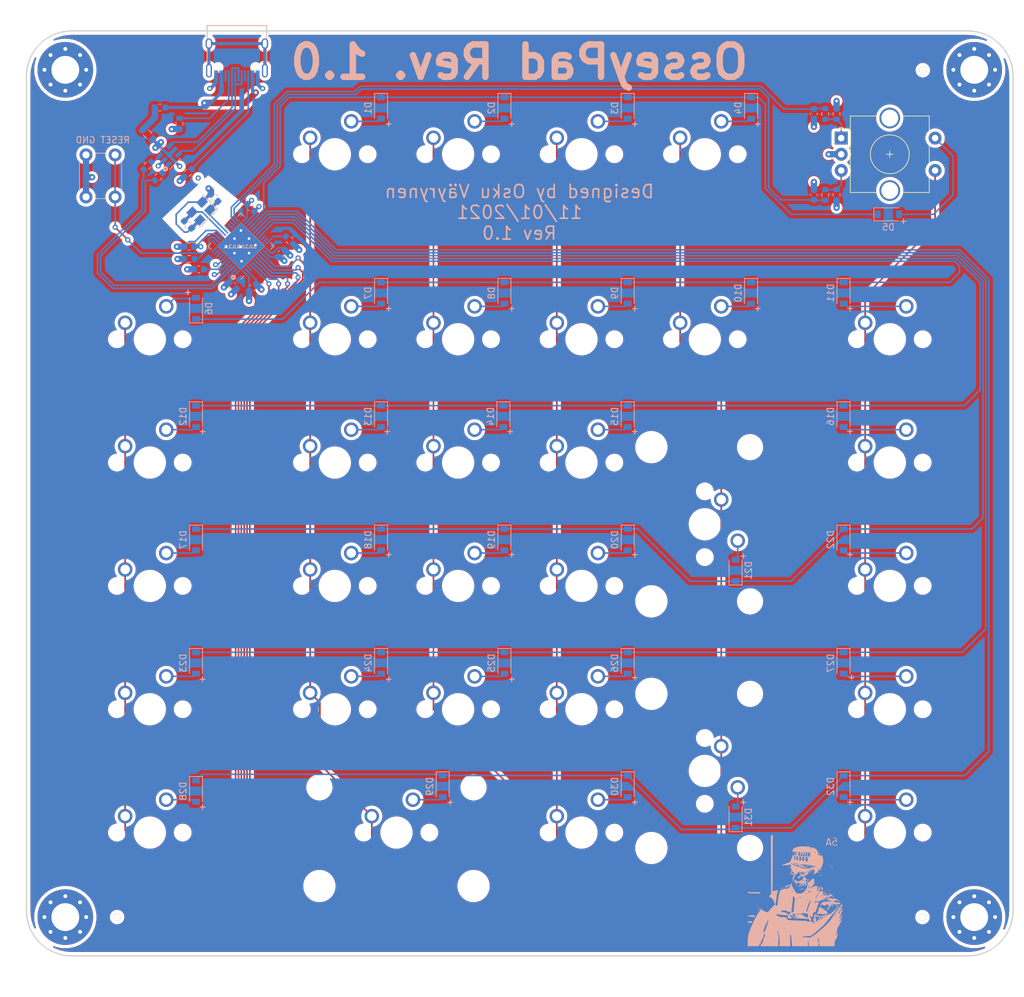
<source format=kicad_pcb>
(kicad_pcb (version 20171130) (host pcbnew "(5.1.8)-1")
  (title_block (date 2021-01-03))
  (layers (0 F.Cu signal) (1 In1.Cu_+5V power) (2 In2.Cu_GND power) (31 B.Cu signal) (34 B.Paste user) (35 F.Paste user) (36 B.SilkS user) (37 F.SilkS user) (38 B.Mask user) (39 F.Mask user) (44 Edge.Cuts user))
  (net 0 "")
  (net 1 "Net-(D1-Pad2)")
  (net 2 ROW0)
  (net 3 "Net-(D2-Pad2)")
  (net 4 "Net-(D3-Pad2)")
  (net 5 "Net-(D4-Pad2)")
  (net 6 ROW1)
  (net 7 "Net-(D6-Pad2)")
  (net 8 "Net-(D7-Pad2)")
  (net 9 "Net-(D8-Pad2)")
  (net 10 "Net-(D9-Pad2)")
  (net 11 "Net-(D10-Pad2)")
  (net 12 "Net-(D11-Pad2)")
  (net 13 ROW2)
  (net 14 "Net-(D12-Pad2)")
  (net 15 "Net-(D13-Pad2)")
  (net 16 "Net-(D14-Pad2)")
  (net 17 "Net-(D15-Pad2)")
  (net 18 "Net-(D16-Pad2)")
  (net 19 ROW3)
  (net 20 "Net-(D17-Pad2)")
  (net 21 "Net-(D18-Pad2)")
  (net 22 "Net-(D19-Pad2)")
  (net 23 "Net-(D20-Pad2)")
  (net 24 "Net-(D21-Pad2)")
  (net 25 "Net-(D22-Pad2)")
  (net 26 ROW4)
  (net 27 "Net-(D23-Pad2)")
  (net 28 "Net-(D24-Pad2)")
  (net 29 "Net-(D25-Pad2)")
  (net 30 "Net-(D26-Pad2)")
  (net 31 "Net-(D27-Pad2)")
  (net 32 ROW5)
  (net 33 "Net-(D28-Pad2)")
  (net 34 "Net-(D29-Pad2)")
  (net 35 "Net-(D30-Pad2)")
  (net 36 "Net-(D31-Pad2)")
  (net 37 COL1)
  (net 38 COL2)
  (net 39 COL3)
  (net 40 COL4)
  (net 41 COL0)
  (net 42 COL5)
  (net 43 GND)
  (net 44 +5V)
  (net 45 XTAL1)
  (net 46 XTAL2)
  (net 47 "Net-(C8-Pad1)")
  (net 48 "Net-(F1-Pad2)")
  (net 49 VCC)
  (net 50 USB_CONN_D+)
  (net 51 USB_CONN_D-)
  (net 52 D+)
  (net 53 D-)
  (net 54 RESET)
  (net 55 "Net-(R4-Pad2)")
  (net 56 "Net-(U2-Pad42)")
  (net 57 "Net-(U2-Pad32)")
  (net 58 "Net-(U2-Pad31)")
  (net 59 "Net-(U2-Pad19)")
  (net 60 "Net-(U2-Pad18)")
  (net 61 "Net-(U2-Pad12)")
  (net 62 "Net-(U2-Pad11)")
  (net 63 "Net-(U2-Pad10)")
  (net 64 "Net-(U2-Pad9)")
  (net 65 "Net-(U2-Pad8)")
  (net 66 "Net-(U2-Pad1)")
  (net 67 "Net-(D32-Pad2)")
  (net 68 ENC_1_B)
  (net 69 ENC_1_A)
  (net 70 "Net-(R5-Pad2)")
  (net 71 "Net-(R6-Pad2)")
  (net 72 "Net-(J1-PadS1)")
  (net 73 "Net-(D5-Pad2)")
  (net 74 "Net-(U2-Pad20)")
  (net 75 D_Filt_+)
  (net 76 D_Filt_-)
  (net 77 "Net-(J1-PadA5)")
  (net 78 "Net-(J1-PadB8)")
  (net 79 "Net-(J1-PadB5)")
  (net 80 "Net-(J1-PadA8)")
  (module josh-connectors:USB_C_U262-161N-4BVC11 (layer B.Cu) (at 51.55 25.26)
    (fp_text reference J1)
    (fp_text value USB_C_U262-161N-4BVC11)
    (pad A12 smd rect (at 3.35 3.15) (size 0.3 1.75) (layers B.Cu B.Paste B.Mask) (net 43 GND) (clearance 0.01))
    (pad B1 smd rect (at 3.05 3.15) (size 0.3 1.75) (layers B.Cu B.Paste B.Mask) (net 43 GND) (clearance 0.01))
    (pad B4 smd rect (at 2.25 3.15) (size 0.3 1.75) (layers B.Cu B.Paste B.Mask) (net 49 VCC) (clearance 0.01))
    (pad A9 smd rect (at 2.55 3.15) (size 0.3 1.75) (layers B.Cu B.Paste B.Mask) (net 49 VCC) (clearance 0.01))
    (pad B9 smd rect (at -2.25 3.15) (size 0.3 1.75) (layers B.Cu B.Paste B.Mask) (net 49 VCC) (clearance 0.01))
    (pad A4 smd rect (at -2.55 3.15) (size 0.3 1.75) (layers B.Cu B.Paste B.Mask) (net 49 VCC) (clearance 0.01))
    (pad B12 smd rect (at -3.05 3.15) (size 0.3 1.75) (layers B.Cu B.Paste B.Mask) (net 43 GND) (clearance 0.01))
    (pad A1 smd rect (at -3.35 3.15) (size 0.3 1.75) (layers B.Cu B.Paste B.Mask) (net 43 GND) (clearance 0.01))
    (pad A6 smd rect (at -0.25 3.15) (size 0.3 1.75) (layers B.Cu B.Paste B.Mask) (net 50 USB_CONN_D+))
    (pad A5 smd rect (at -1.25 3.15) (size 0.3 1.75) (layers B.Cu B.Paste B.Mask) (net 77 "Net-(J1-PadA5)"))
    (pad B8 smd rect (at -1.75 3.15) (size 0.3 1.75) (layers B.Cu B.Paste B.Mask) (net 78 "Net-(J1-PadB8)"))
    (pad B7 smd rect (at -0.75 3.15) (size 0.3 1.75) (layers B.Cu B.Paste B.Mask) (net 51 USB_CONN_D-))
    (pad B5 smd rect (at 1.75 3.15) (size 0.3 1.75) (layers B.Cu B.Paste B.Mask) (net 79 "Net-(J1-PadB5)"))
    (pad A8 smd rect (at 1.25 3.15) (size 0.3 1.75) (layers B.Cu B.Paste B.Mask) (net 80 "Net-(J1-PadA8)"))
    (pad B6 smd rect (at 0.75 3.15) (size 0.3 1.75) (layers B.Cu B.Paste B.Mask) (net 50 USB_CONN_D+))
    (pad A7 smd rect (at 0.25 3.15) (size 0.3 1.75) (layers B.Cu B.Paste B.Mask) (net 51 USB_CONN_D-))
    (pad "" np_thru_hole circle (at 2.89 1.81) (size 0.65 0.65) (drill 0.65) (layers *.Cu *.Mask) (clearance 0.01))
    (pad "" np_thru_hole circle (at -2.89 1.81) (size 0.65 0.65) (drill 0.65) (layers *.Cu *.Mask) (clearance 0.01))
    (pad S1 thru_hole oval (at 4.32 2.31) (size 0.9 2.1) (drill oval 0.5 1.7) (layers *.Cu *.Mask B.Paste) (net 72 "Net-(J1-PadS1)"))
    (pad S1 thru_hole oval (at -4.32 2.31) (size 0.9 2.1) (drill oval 0.5 1.7) (layers *.Cu *.Mask B.Paste) (net 72 "Net-(J1-PadS1)"))
    (pad S1 thru_hole oval (at 4.32 -1.87) (size 1 1.6) (drill oval 0.6 1.2) (layers *.Cu *.Mask B.Paste) (net 72 "Net-(J1-PadS1)"))
    (pad S1 thru_hole oval (at -4.32 -1.87) (size 1 1.6) (drill oval 0.6 1.2) (layers *.Cu *.Mask B.Paste) (net 72 "Net-(J1-PadS1)"))
  )
  (module MX_Only:MXOnly-1U-NoLED (layer F.Cu) (at 66.675 40.48125)
    (fp_text reference MX1)
    (fp_text value MX-NoLED)
    (pad 2 thru_hole circle (at 2.54 -5.08) (size 2.25 2.25) (drill 1.47) (layers *.Cu B.Mask) (net 1 "Net-(D1-Pad2)"))
    (pad "" np_thru_hole circle (at 0 0) (size 3.9878 3.9878) (drill 3.9878) (layers *.Cu *.Mask))
    (pad 1 thru_hole circle (at -3.81 -2.54) (size 2.25 2.25) (drill 1.47) (layers *.Cu B.Mask) (net 37 COL1))
    (pad "" np_thru_hole circle (at -5.08 0 48.0996) (size 1.75 1.75) (drill 1.75) (layers *.Cu *.Mask))
    (pad "" np_thru_hole circle (at 5.08 0 48.0996) (size 1.75 1.75) (drill 1.75) (layers *.Cu *.Mask))
  )
  (module MX_Only:MXOnly-1U-NoLED (layer F.Cu) (at 38.1 88.10625)
    (fp_text reference MX11)
    (fp_text value MX-NoLED)
    (pad 2 thru_hole circle (at 2.54 -5.08) (size 2.25 2.25) (drill 1.47) (layers *.Cu B.Mask) (net 14 "Net-(D12-Pad2)"))
    (pad "" np_thru_hole circle (at 0 0) (size 3.9878 3.9878) (drill 3.9878) (layers *.Cu *.Mask))
    (pad 1 thru_hole circle (at -3.81 -2.54) (size 2.25 2.25) (drill 1.47) (layers *.Cu B.Mask) (net 41 COL0))
    (pad "" np_thru_hole circle (at -5.08 0 48.0996) (size 1.75 1.75) (drill 1.75) (layers *.Cu *.Mask))
    (pad "" np_thru_hole circle (at 5.08 0 48.0996) (size 1.75 1.75) (drill 1.75) (layers *.Cu *.Mask))
  )
  (module OsseyPad:HelloToHorse (layer B.Cu) (at 137.95 154.23125 180)
    (fp_text reference G*** hide)
    (fp_text value LOGO hide)
  )
  (module Diode_SMD:D_SOD-123 (layer B.Cu) (at 152.175 49.75625)
    (fp_text reference D5 (at 0 2) (layer B.SilkS) (effects (justify mirror)))
    (fp_text value 1N4148W)
    (pad 2 smd rect (at 1.65 0) (size 0.9 1.2) (layers B.Cu B.Paste B.Mask) (net 73 "Net-(D5-Pad2)"))
    (pad 1 smd rect (at -1.65 0) (size 0.9 1.2) (layers B.Cu B.Paste B.Mask) (net 2 ROW0))
  )
  (module Rotary_Encoder:RotaryEncoder_Alps_EC11E-Switch_Vertical_H20mm_CircularMountingHoles (layer F.Cu) (at 144.895 37.98625)
    (fp_text reference SW1)
    (fp_text value Rotary_Encoder_Switch)
    (pad A thru_hole rect (at 0 0) (size 2 2) (drill 1) (layers *.Cu *.Mask) (net 70 "Net-(R5-Pad2)"))
    (pad C thru_hole circle (at 0 2.5) (size 2 2) (drill 1) (layers *.Cu *.Mask) (net 43 GND))
    (pad B thru_hole circle (at 0 5) (size 2 2) (drill 1) (layers *.Cu *.Mask) (net 71 "Net-(R6-Pad2)"))
    (pad MP thru_hole circle (at 7.5 -3.1) (size 3.2 3.2) (drill 2.6) (layers *.Cu *.Mask))
    (pad MP thru_hole circle (at 7.5 8.1) (size 3.2 3.2) (drill 2.6) (layers *.Cu *.Mask))
    (pad S2 thru_hole circle (at 14.5 0) (size 2 2) (drill 1) (layers *.Cu *.Mask) (net 73 "Net-(D5-Pad2)"))
    (pad S1 thru_hole circle (at 14.5 5) (size 2 2) (drill 1) (layers *.Cu *.Mask) (net 42 COL5))
  )
  (module Button_Switch_THT:SW_PUSH_6mm_H8mm (layer B.Cu) (at 28.24375 40.575 270)
    (fp_text reference SW2)
    (fp_text value SW_Push)
    (pad 1 thru_hole circle (at 6.5 0 180) (size 2 2) (drill 1.1) (layers *.Cu *.Mask) (net 43 GND))
    (pad 2 thru_hole circle (at 6.5 -4.5 180) (size 2 2) (drill 1.1) (layers *.Cu *.Mask) (net 54 RESET))
    (pad 1 thru_hole circle (at 0 0 180) (size 2 2) (drill 1.1) (layers *.Cu *.Mask) (net 43 GND))
    (pad 2 thru_hole circle (at 0 -4.5 180) (size 2 2) (drill 1.1) (layers *.Cu *.Mask) (net 54 RESET))
  )
  (module Resistor_SMD:R_0603_1608Metric (layer B.Cu) (at 43.975 43.35625 45)
    (fp_text reference R11)
    (fp_text value 5K1)
    (pad 2 smd roundrect (at 0.825 0 45) (size 0.8 0.95) (layers B.Cu B.Paste B.Mask) (net 79 "Net-(J1-PadB5)"))
    (pad 1 smd roundrect (at -0.825 0 45) (size 0.8 0.95) (layers B.Cu B.Paste B.Mask) (net 43 GND))
  )
  (module Resistor_SMD:R_0603_1608Metric (layer B.Cu) (at 42.675 35.75625 90)
    (fp_text reference R10)
    (fp_text value 5K1)
    (pad 2 smd roundrect (at 0.825 0 90) (size 0.8 0.95) (layers B.Cu B.Paste B.Mask) (net 77 "Net-(J1-PadA5)"))
    (pad 1 smd roundrect (at -0.825 0 90) (size 0.8 0.95) (layers B.Cu B.Paste B.Mask) (net 43 GND))
  )
  (module Inductor_SMD:L_0805_2012Metric (layer B.Cu) (at 37.772918 37.415691 135)
    (fp_text reference FB1)
    (fp_text value "100 @ 100 MHz")
    (pad 2 smd roundrect (at 1.0625 0 135) (size 0.875 1.2) (layers B.Cu B.Paste B.Mask) (net 48 "Net-(F1-Pad2)"))
    (pad 1 smd roundrect (at -1.0625 0 135) (size 0.875 1.2) (layers B.Cu B.Paste B.Mask) (net 44 +5V))
  )
  (module Fuse:Fuse_0603_1608Metric (layer B.Cu) (at 39.675 33.25625 180)
    (fp_text reference F1)
    (fp_text value 500mA)
    (pad 2 smd roundrect (at 0.7875 0 180) (size 0.875 0.95) (layers B.Cu B.Paste B.Mask) (net 48 "Net-(F1-Pad2)"))
    (pad 1 smd roundrect (at -0.7875 0 180) (size 0.875 0.95) (layers B.Cu B.Paste B.Mask) (net 49 VCC))
  )
  (module Resistor_SMD:R_0603_1608Metric (layer B.Cu) (at 142.425 46.75625 270)
    (fp_text reference R8)
    (fp_text value 10K)
    (pad 2 smd roundrect (at 0.825 0 270) (size 0.8 0.95) (layers B.Cu B.Paste B.Mask) (net 68 ENC_1_B))
    (pad 1 smd roundrect (at -0.825 0 270) (size 0.8 0.95) (layers B.Cu B.Paste B.Mask) (net 71 "Net-(R6-Pad2)"))
  )
  (module Resistor_SMD:R_0603_1608Metric (layer B.Cu) (at 142.425 34.25625 90)
    (fp_text reference R7)
    (fp_text value 10K)
    (pad 2 smd roundrect (at 0.825 0 90) (size 0.8 0.95) (layers B.Cu B.Paste B.Mask) (net 69 ENC_1_A))
    (pad 1 smd roundrect (at -0.825 0 90) (size 0.8 0.95) (layers B.Cu B.Paste B.Mask) (net 70 "Net-(R5-Pad2)"))
  )
  (module Resistor_SMD:R_0603_1608Metric (layer B.Cu) (at 144.175 46.75625 90)
    (fp_text reference R6)
    (fp_text value 10K)
    (pad 2 smd roundrect (at 0.825 0 90) (size 0.8 0.95) (layers B.Cu B.Paste B.Mask) (net 71 "Net-(R6-Pad2)"))
    (pad 1 smd roundrect (at -0.825 0 90) (size 0.8 0.95) (layers B.Cu B.Paste B.Mask) (net 44 +5V))
  )
  (module Resistor_SMD:R_0603_1608Metric (layer B.Cu) (at 144.175 34.25625 270)
    (fp_text reference R5)
    (fp_text value 10K)
    (pad 2 smd roundrect (at 0.825 0 270) (size 0.8 0.95) (layers B.Cu B.Paste B.Mask) (net 70 "Net-(R5-Pad2)"))
    (pad 1 smd roundrect (at -0.825 0 270) (size 0.8 0.95) (layers B.Cu B.Paste B.Mask) (net 44 +5V))
  )
  (module Capacitor_SMD:C_0603_1608Metric (layer B.Cu) (at 140.675 34.25625 270)
    (fp_text reference C10)
    (fp_text value 100n)
    (pad 2 smd roundrect (at 0.775 0 270) (size 0.9 0.95) (layers B.Cu B.Paste B.Mask) (net 43 GND))
    (pad 1 smd roundrect (at -0.775 0 270) (size 0.9 0.95) (layers B.Cu B.Paste B.Mask) (net 69 ENC_1_A))
  )
  (module Capacitor_SMD:C_0603_1608Metric (layer B.Cu) (at 140.675 46.75625 90)
    (fp_text reference C9)
    (fp_text value 100n)
    (pad 2 smd roundrect (at 0.775 0 90) (size 0.9 0.95) (layers B.Cu B.Paste B.Mask) (net 43 GND))
    (pad 1 smd roundrect (at -0.775 0 90) (size 0.9 0.95) (layers B.Cu B.Paste B.Mask) (net 68 ENC_1_B))
  )
  (module MX_Only:MXOnly-1U-NoLED (layer F.Cu) (at 38.1 69.05625)
    (fp_text reference MX5)
    (fp_text value MX-NoLED)
    (pad 2 thru_hole circle (at 2.54 -5.08) (size 2.25 2.25) (drill 1.47) (layers *.Cu B.Mask) (net 7 "Net-(D6-Pad2)"))
    (pad "" np_thru_hole circle (at 0 0) (size 3.9878 3.9878) (drill 3.9878) (layers *.Cu *.Mask))
    (pad 1 thru_hole circle (at -3.81 -2.54) (size 2.25 2.25) (drill 1.47) (layers *.Cu B.Mask) (net 41 COL0))
    (pad "" np_thru_hole circle (at -5.08 0 48.0996) (size 1.75 1.75) (drill 1.75) (layers *.Cu *.Mask))
    (pad "" np_thru_hole circle (at 5.08 0 48.0996) (size 1.75 1.75) (drill 1.75) (layers *.Cu *.Mask))
  )
  (module Capacitor_SMD:C_0603_1608Metric (layer B.Cu) (at 50.925 60.75625 315)
    (fp_text reference C4)
    (fp_text value 0.1uF)
    (pad 2 smd roundrect (at 0.775 0 315) (size 0.9 0.95) (layers B.Cu B.Paste B.Mask) (net 43 GND))
    (pad 1 smd roundrect (at -0.775 0 315) (size 0.9 0.95) (layers B.Cu B.Paste B.Mask) (net 44 +5V))
  )
  (module Crystal:Crystal_SMD_3225-4Pin_3.2x2.5mm (layer B.Cu) (at 45.998223 49.256429 225)
    (fp_text reference Y1)
    (fp_text value 16MHz)
    (pad 4 smd rect (at -1.1 0.85 225) (size 1.4 1.2) (layers B.Cu B.Paste B.Mask) (net 43 GND))
    (pad 3 smd rect (at 1.1 0.85 225) (size 1.4 1.2) (layers B.Cu B.Paste B.Mask) (net 46 XTAL2))
    (pad 2 smd rect (at 1.1 -0.85 225) (size 1.4 1.2) (layers B.Cu B.Paste B.Mask) (net 43 GND))
    (pad 1 smd rect (at -1.1 -0.85 225) (size 1.4 1.2) (layers B.Cu B.Paste B.Mask) (net 45 XTAL1))
  )
  (module Package_TO_SOT_SMD:SOT-23-6 (layer B.Cu) (at 41.075107 40.618885 45)
    (fp_text reference U1)
    (fp_text value USBLC6-2SC6)
    (pad 5 smd rect (at 1.1 0 45) (size 1.06 0.65) (layers B.Cu B.Paste B.Mask) (net 44 +5V))
    (pad 6 smd rect (at 1.1 0.95 45) (size 1.06 0.65) (layers B.Cu B.Paste B.Mask) (net 50 USB_CONN_D+))
    (pad 4 smd rect (at 1.1 -0.95 45) (size 1.06 0.65) (layers B.Cu B.Paste B.Mask) (net 51 USB_CONN_D-))
    (pad 3 smd rect (at -1.1 -0.95 45) (size 1.06 0.65) (layers B.Cu B.Paste B.Mask) (net 53 D-))
    (pad 2 smd rect (at -1.1 0 45) (size 1.06 0.65) (layers B.Cu B.Paste B.Mask) (net 43 GND))
    (pad 1 smd rect (at -1.1 0.95 45) (size 1.06 0.65) (layers B.Cu B.Paste B.Mask) (net 52 D+))
  )
  (module Package_DFN_QFN:QFN-44-1EP_7x7mm_P0.5mm_EP5.2x5.2mm (layer B.Cu) (at 52.175 54.675489 45)
    (fp_text reference U2)
    (fp_text value ATmega32U4-MU)
    (pad 45 smd rect (at 0 0 45) (size 5.2 5.2) (layers B.Cu B.Mask) (net 43 GND))
    (pad 44 smd roundrect (at -2.5 3.3375 45) (size 0.25 1.075) (layers B.Cu B.Paste B.Mask) (net 44 +5V))
    (pad 43 smd roundrect (at -2 3.3375 45) (size 0.25 1.075) (layers B.Cu B.Paste B.Mask) (net 43 GND))
    (pad 42 smd roundrect (at -1.5 3.3375 45) (size 0.25 1.075) (layers B.Cu B.Paste B.Mask) (net 56 "Net-(U2-Pad42)"))
    (pad 41 smd roundrect (at -1 3.3375 45) (size 0.25 1.075) (layers B.Cu B.Paste B.Mask) (net 41 COL0))
    (pad 40 smd roundrect (at -0.5 3.3375 45) (size 0.25 1.075) (layers B.Cu B.Paste B.Mask) (net 42 COL5))
    (pad 39 smd roundrect (at 0 3.3375 45) (size 0.25 1.075) (layers B.Cu B.Paste B.Mask) (net 40 COL4))
    (pad 38 smd roundrect (at 0.5 3.3375 45) (size 0.25 1.075) (layers B.Cu B.Paste B.Mask) (net 39 COL3))
    (pad 37 smd roundrect (at 1 3.3375 45) (size 0.25 1.075) (layers B.Cu B.Paste B.Mask) (net 38 COL2))
    (pad 36 smd roundrect (at 1.5 3.3375 45) (size 0.25 1.075) (layers B.Cu B.Paste B.Mask) (net 37 COL1))
    (pad 35 smd roundrect (at 2 3.3375 45) (size 0.25 1.075) (layers B.Cu B.Paste B.Mask) (net 43 GND))
    (pad 34 smd roundrect (at 2.5 3.3375 45) (size 0.25 1.075) (layers B.Cu B.Paste B.Mask) (net 44 +5V))
    (pad 33 smd roundrect (at 3.3375 2.5 45) (size 1.075 0.25) (layers B.Cu B.Paste B.Mask) (net 55 "Net-(R4-Pad2)"))
    (pad 32 smd roundrect (at 3.3375 2 45) (size 1.075 0.25) (layers B.Cu B.Paste B.Mask) (net 57 "Net-(U2-Pad32)"))
    (pad 31 smd roundrect (at 3.3375 1.5 45) (size 1.075 0.25) (layers B.Cu B.Paste B.Mask) (net 58 "Net-(U2-Pad31)"))
    (pad 30 smd roundrect (at 3.3375 1 45) (size 1.075 0.25) (layers B.Cu B.Paste B.Mask) (net 6 ROW1))
    (pad 29 smd roundrect (at 3.3375 0.5 45) (size 1.075 0.25) (layers B.Cu B.Paste B.Mask) (net 13 ROW2))
    (pad 28 smd roundrect (at 3.3375 0 45) (size 1.075 0.25) (layers B.Cu B.Paste B.Mask) (net 19 ROW3))
    (pad 27 smd roundrect (at 3.3375 -0.5 45) (size 1.075 0.25) (layers B.Cu B.Paste B.Mask) (net 26 ROW4))
    (pad 26 smd roundrect (at 3.3375 -1 45) (size 1.075 0.25) (layers B.Cu B.Paste B.Mask) (net 32 ROW5))
    (pad 25 smd roundrect (at 3.3375 -1.5 45) (size 1.075 0.25) (layers B.Cu B.Paste B.Mask) (net 2 ROW0))
    (pad 24 smd roundrect (at 3.3375 -2 45) (size 1.075 0.25) (layers B.Cu B.Paste B.Mask) (net 44 +5V))
    (pad 23 smd roundrect (at 3.3375 -2.5 45) (size 1.075 0.25) (layers B.Cu B.Paste B.Mask) (net 43 GND))
    (pad 22 smd roundrect (at 2.5 -3.3375 45) (size 0.25 1.075) (layers B.Cu B.Paste B.Mask) (net 68 ENC_1_B))
    (pad 21 smd roundrect (at 2 -3.3375 45) (size 0.25 1.075) (layers B.Cu B.Paste B.Mask) (net 69 ENC_1_A))
    (pad 20 smd roundrect (at 1.5 -3.3375 45) (size 0.25 1.075) (layers B.Cu B.Paste B.Mask) (net 74 "Net-(U2-Pad20)"))
    (pad 19 smd roundrect (at 1 -3.3375 45) (size 0.25 1.075) (layers B.Cu B.Paste B.Mask) (net 59 "Net-(U2-Pad19)"))
    (pad 18 smd roundrect (at 0.5 -3.3375 45) (size 0.25 1.075) (layers B.Cu B.Paste B.Mask) (net 60 "Net-(U2-Pad18)"))
    (pad 17 smd roundrect (at 0 -3.3375 45) (size 0.25 1.075) (layers B.Cu B.Paste B.Mask) (net 45 XTAL1))
    (pad 16 smd roundrect (at -0.5 -3.3375 45) (size 0.25 1.075) (layers B.Cu B.Paste B.Mask) (net 46 XTAL2))
    (pad 15 smd roundrect (at -1 -3.3375 45) (size 0.25 1.075) (layers B.Cu B.Paste B.Mask) (net 43 GND))
    (pad 14 smd roundrect (at -1.5 -3.3375 45) (size 0.25 1.075) (layers B.Cu B.Paste B.Mask) (net 44 +5V))
    (pad 13 smd roundrect (at -2 -3.3375 45) (size 0.25 1.075) (layers B.Cu B.Paste B.Mask) (net 54 RESET))
    (pad 12 smd roundrect (at -2.5 -3.3375 45) (size 0.25 1.075) (layers B.Cu B.Paste B.Mask) (net 61 "Net-(U2-Pad12)"))
    (pad 11 smd roundrect (at -3.3375 -2.5 45) (size 1.075 0.25) (layers B.Cu B.Paste B.Mask) (net 62 "Net-(U2-Pad11)"))
    (pad 10 smd roundrect (at -3.3375 -2 45) (size 1.075 0.25) (layers B.Cu B.Paste B.Mask) (net 63 "Net-(U2-Pad10)"))
    (pad 9 smd roundrect (at -3.3375 -1.5 45) (size 1.075 0.25) (layers B.Cu B.Paste B.Mask) (net 64 "Net-(U2-Pad9)"))
    (pad 8 smd roundrect (at -3.3375 -1 45) (size 1.075 0.25) (layers B.Cu B.Paste B.Mask) (net 65 "Net-(U2-Pad8)"))
    (pad 7 smd roundrect (at -3.3375 -0.5 45) (size 1.075 0.25) (layers B.Cu B.Paste B.Mask) (net 44 +5V))
    (pad 6 smd roundrect (at -3.3375 0 45) (size 1.075 0.25) (layers B.Cu B.Paste B.Mask) (net 47 "Net-(C8-Pad1)"))
    (pad 5 smd roundrect (at -3.3375 0.5 45) (size 1.075 0.25) (layers B.Cu B.Paste B.Mask) (net 43 GND))
    (pad 4 smd roundrect (at -3.3375 1 45) (size 1.075 0.25) (layers B.Cu B.Paste B.Mask) (net 75 D_Filt_+))
    (pad 3 smd roundrect (at -3.3375 1.5 45) (size 1.075 0.25) (layers B.Cu B.Paste B.Mask) (net 76 D_Filt_-))
    (pad 2 smd roundrect (at -3.3375 2 45) (size 1.075 0.25) (layers B.Cu B.Paste B.Mask) (net 44 +5V))
    (pad 1 smd roundrect (at -3.3375 2.5 45) (size 1.075 0.25) (layers B.Cu B.Paste B.Mask) (net 66 "Net-(U2-Pad1)"))
  )
  (module Resistor_SMD:R_0603_1608Metric (layer B.Cu) (at 59.675 53.75625 135)
    (fp_text reference R4)
    (fp_text value 10k)
    (pad 2 smd roundrect (at 0.825 0 135) (size 0.8 0.95) (layers B.Cu B.Paste B.Mask) (net 55 "Net-(R4-Pad2)"))
    (pad 1 smd roundrect (at -0.825 0 135) (size 0.8 0.95) (layers B.Cu B.Paste B.Mask) (net 43 GND))
  )
  (module Resistor_SMD:R_0603_1608Metric (layer B.Cu) (at 44.175 56.65625 180)
    (fp_text reference R1)
    (fp_text value 10k)
    (pad 2 smd roundrect (at 0.825 0 180) (size 0.8 0.95) (layers B.Cu B.Paste B.Mask) (net 44 +5V))
    (pad 1 smd roundrect (at -0.825 0 180) (size 0.8 0.95) (layers B.Cu B.Paste B.Mask) (net 54 RESET))
  )
  (module Resistor_SMD:R_0603_1608Metric (layer B.Cu) (at 37.751705 42.24523 45)
    (fp_text reference R3)
    (fp_text value 22)
    (pad 2 smd roundrect (at 0.825 0 45) (size 0.8 0.95) (layers B.Cu B.Paste B.Mask) (net 53 D-))
    (pad 1 smd roundrect (at -0.825 0 45) (size 0.8 0.95) (layers B.Cu B.Paste B.Mask) (net 76 D_Filt_-))
  )
  (module Resistor_SMD:R_0603_1608Metric (layer B.Cu) (at 39.448762 43.942286 45)
    (fp_text reference R2)
    (fp_text value 22)
    (pad 2 smd roundrect (at 0.825 0 45) (size 0.8 0.95) (layers B.Cu B.Paste B.Mask) (net 52 D+))
    (pad 1 smd roundrect (at -0.825 0 45) (size 0.8 0.95) (layers B.Cu B.Paste B.Mask) (net 75 D_Filt_+))
  )
  (module Capacitor_SMD:C_0603_1608Metric (layer B.Cu) (at 45.675 58.25625 180)
    (fp_text reference C8)
    (fp_text value 1uF)
    (pad 2 smd roundrect (at 0.775 0 180) (size 0.9 0.95) (layers B.Cu B.Paste B.Mask) (net 43 GND))
    (pad 1 smd roundrect (at -0.775 0 180) (size 0.9 0.95) (layers B.Cu B.Paste B.Mask) (net 47 "Net-(C8-Pad1)"))
  )
  (module Capacitor_SMD:C_0603_1608Metric (layer B.Cu) (at 43.975 51.35625 315)
    (fp_text reference C7)
    (fp_text value 15pF)
    (pad 2 smd roundrect (at 0.775 0 315) (size 0.9 0.95) (layers B.Cu B.Paste B.Mask) (net 43 GND))
    (pad 1 smd roundrect (at -0.775 0 315) (size 0.9 0.95) (layers B.Cu B.Paste B.Mask) (net 46 XTAL2))
  )
  (module Capacitor_SMD:C_0603_1608Metric (layer B.Cu) (at 48.075 47.20625 135)
    (fp_text reference C6)
    (fp_text value 15pF)
    (pad 2 smd roundrect (at 0.775 0 135) (size 0.9 0.95) (layers B.Cu B.Paste B.Mask) (net 43 GND))
    (pad 1 smd roundrect (at -0.775 0 135) (size 0.9 0.95) (layers B.Cu B.Paste B.Mask) (net 45 XTAL1))
  )
  (module Capacitor_SMD:C_0603_1608Metric (layer B.Cu) (at 53.975 61.10625 45)
    (fp_text reference C5)
    (fp_text value 10uF)
    (pad 2 smd roundrect (at 0.775 0 45) (size 0.9 0.95) (layers B.Cu B.Paste B.Mask) (net 43 GND))
    (pad 1 smd roundrect (at -0.775 0 45) (size 0.9 0.95) (layers B.Cu B.Paste B.Mask) (net 44 +5V))
  )
  (module Capacitor_SMD:C_0603_1608Metric (layer B.Cu) (at 53.675 48.75625 135)
    (fp_text reference C3)
    (fp_text value 0.1uF)
    (pad 1 smd roundrect (at -0.775 0 135) (size 0.9 0.95) (layers B.Cu B.Paste B.Mask) (net 44 +5V))
    (pad 2 smd roundrect (at 0.775 0 135) (size 0.9 0.95) (layers B.Cu B.Paste B.Mask) (net 43 GND))
  )
  (module Capacitor_SMD:C_0603_1608Metric (layer B.Cu) (at 44.175 54.75625 180)
    (fp_text reference C2)
    (fp_text value 0.1uF)
    (pad 2 smd roundrect (at 0.775 0 180) (size 0.9 0.95) (layers B.Cu B.Paste B.Mask) (net 43 GND))
    (pad 1 smd roundrect (at -0.775 0 180) (size 0.9 0.95) (layers B.Cu B.Paste B.Mask) (net 44 +5V))
  )
  (module Capacitor_SMD:C_0603_1608Metric (layer B.Cu) (at 58.39 55.83 225)
    (fp_text reference C1)
    (fp_text value 0.1uF)
    (pad 2 smd roundrect (at 0.775 0 225) (size 0.9 0.95) (layers B.Cu B.Paste B.Mask) (net 43 GND))
    (pad 1 smd roundrect (at -0.775 0 225) (size 0.9 0.95) (layers B.Cu B.Paste B.Mask) (net 44 +5V))
  )
  (module MX_Only:MXOnly-2U-NoLED (layer F.Cu) (at 76.2 145.25625)
    (fp_text reference MX28)
    (fp_text value MX-NoLED)
    (pad 2 thru_hole circle (at 2.54 -5.08) (size 2.25 2.25) (drill 1.47) (layers *.Cu B.Mask) (net 34 "Net-(D29-Pad2)"))
    (pad "" np_thru_hole circle (at 0 0) (size 3.9878 3.9878) (drill 3.9878) (layers *.Cu *.Mask))
    (pad 1 thru_hole circle (at -3.81 -2.54) (size 2.25 2.25) (drill 1.47) (layers *.Cu B.Mask) (net 37 COL1))
    (pad "" np_thru_hole circle (at -5.08 0 48.0996) (size 1.75 1.75) (drill 1.75) (layers *.Cu *.Mask))
    (pad "" np_thru_hole circle (at 5.08 0 48.0996) (size 1.75 1.75) (drill 1.75) (layers *.Cu *.Mask))
    (pad "" np_thru_hole circle (at -11.90625 -6.985) (size 3.048 3.048) (drill 3.048) (layers *.Cu *.Mask))
    (pad "" np_thru_hole circle (at 11.90625 -6.985) (size 3.048 3.048) (drill 3.048) (layers *.Cu *.Mask))
    (pad "" np_thru_hole circle (at -11.90625 8.255) (size 3.9878 3.9878) (drill 3.9878) (layers *.Cu *.Mask))
    (pad "" np_thru_hole circle (at 11.90625 8.255) (size 3.9878 3.9878) (drill 3.9878) (layers *.Cu *.Mask))
  )
  (module MountingHole:MountingHole_4.3mm_M4_Pad_Via (layer F.Cu) (at 165.44 158.31)
    (fp_text reference H4)
    (fp_text value MountingHole_Pad)
    (pad 1 thru_hole circle (at 2.280419 -2.280419) (size 0.9 0.9) (drill 0.6) (layers *.Cu *.Mask) (net 43 GND))
    (pad 1 thru_hole circle (at 0 -3.225) (size 0.9 0.9) (drill 0.6) (layers *.Cu *.Mask) (net 43 GND))
    (pad 1 thru_hole circle (at -2.280419 -2.280419) (size 0.9 0.9) (drill 0.6) (layers *.Cu *.Mask) (net 43 GND))
    (pad 1 thru_hole circle (at -3.225 0) (size 0.9 0.9) (drill 0.6) (layers *.Cu *.Mask) (net 43 GND))
    (pad 1 thru_hole circle (at -2.280419 2.280419) (size 0.9 0.9) (drill 0.6) (layers *.Cu *.Mask) (net 43 GND))
    (pad 1 thru_hole circle (at 0 3.225) (size 0.9 0.9) (drill 0.6) (layers *.Cu *.Mask) (net 43 GND))
    (pad 1 thru_hole circle (at 2.280419 2.280419) (size 0.9 0.9) (drill 0.6) (layers *.Cu *.Mask) (net 43 GND))
    (pad 1 thru_hole circle (at 3.225 0) (size 0.9 0.9) (drill 0.6) (layers *.Cu *.Mask) (net 43 GND))
    (pad 1 thru_hole circle (at 0 0) (size 8.6 8.6) (drill 4.3) (layers *.Cu *.Mask) (net 43 GND))
  )
  (module MountingHole:MountingHole_4.3mm_M4_Pad_Via (layer F.Cu) (at 25.05 158.31)
    (fp_text reference H3)
    (fp_text value MountingHole_Pad)
    (pad 1 thru_hole circle (at 2.280419 -2.280419) (size 0.9 0.9) (drill 0.6) (layers *.Cu *.Mask) (net 43 GND))
    (pad 1 thru_hole circle (at 0 -3.225) (size 0.9 0.9) (drill 0.6) (layers *.Cu *.Mask) (net 43 GND))
    (pad 1 thru_hole circle (at -2.280419 -2.280419) (size 0.9 0.9) (drill 0.6) (layers *.Cu *.Mask) (net 43 GND))
    (pad 1 thru_hole circle (at -3.225 0) (size 0.9 0.9) (drill 0.6) (layers *.Cu *.Mask) (net 43 GND))
    (pad 1 thru_hole circle (at -2.280419 2.280419) (size 0.9 0.9) (drill 0.6) (layers *.Cu *.Mask) (net 43 GND))
    (pad 1 thru_hole circle (at 0 3.225) (size 0.9 0.9) (drill 0.6) (layers *.Cu *.Mask) (net 43 GND))
    (pad 1 thru_hole circle (at 2.280419 2.280419) (size 0.9 0.9) (drill 0.6) (layers *.Cu *.Mask) (net 43 GND))
    (pad 1 thru_hole circle (at 3.225 0) (size 0.9 0.9) (drill 0.6) (layers *.Cu *.Mask) (net 43 GND))
    (pad 1 thru_hole circle (at 0 0) (size 8.6 8.6) (drill 4.3) (layers *.Cu *.Mask) (net 43 GND))
  )
  (module MountingHole:MountingHole_4.3mm_M4_Pad_Via (layer F.Cu) (at 165.44 27.44)
    (fp_text reference H2)
    (fp_text value MountingHole_Pad)
    (pad 1 thru_hole circle (at 2.280419 -2.280419) (size 0.9 0.9) (drill 0.6) (layers *.Cu *.Mask) (net 43 GND))
    (pad 1 thru_hole circle (at 0 -3.225) (size 0.9 0.9) (drill 0.6) (layers *.Cu *.Mask) (net 43 GND))
    (pad 1 thru_hole circle (at -2.280419 -2.280419) (size 0.9 0.9) (drill 0.6) (layers *.Cu *.Mask) (net 43 GND))
    (pad 1 thru_hole circle (at -3.225 0) (size 0.9 0.9) (drill 0.6) (layers *.Cu *.Mask) (net 43 GND))
    (pad 1 thru_hole circle (at -2.280419 2.280419) (size 0.9 0.9) (drill 0.6) (layers *.Cu *.Mask) (net 43 GND))
    (pad 1 thru_hole circle (at 0 3.225) (size 0.9 0.9) (drill 0.6) (layers *.Cu *.Mask) (net 43 GND))
    (pad 1 thru_hole circle (at 2.280419 2.280419) (size 0.9 0.9) (drill 0.6) (layers *.Cu *.Mask) (net 43 GND))
    (pad 1 thru_hole circle (at 3.225 0) (size 0.9 0.9) (drill 0.6) (layers *.Cu *.Mask) (net 43 GND))
    (pad 1 thru_hole circle (at 0 0) (size 8.6 8.6) (drill 4.3) (layers *.Cu *.Mask) (net 43 GND))
  )
  (module MountingHole:MountingHole_4.3mm_M4_Pad_Via (layer F.Cu) (at 25.05 27.44)
    (fp_text reference H1)
    (fp_text value MountingHole_Pad)
    (pad 1 thru_hole circle (at 2.280419 -2.280419) (size 0.9 0.9) (drill 0.6) (layers *.Cu *.Mask) (net 43 GND))
    (pad 1 thru_hole circle (at 0 -3.225) (size 0.9 0.9) (drill 0.6) (layers *.Cu *.Mask) (net 43 GND))
    (pad 1 thru_hole circle (at -2.280419 -2.280419) (size 0.9 0.9) (drill 0.6) (layers *.Cu *.Mask) (net 43 GND))
    (pad 1 thru_hole circle (at -3.225 0) (size 0.9 0.9) (drill 0.6) (layers *.Cu *.Mask) (net 43 GND))
    (pad 1 thru_hole circle (at -2.280419 2.280419) (size 0.9 0.9) (drill 0.6) (layers *.Cu *.Mask) (net 43 GND))
    (pad 1 thru_hole circle (at 0 3.225) (size 0.9 0.9) (drill 0.6) (layers *.Cu *.Mask) (net 43 GND))
    (pad 1 thru_hole circle (at 2.280419 2.280419) (size 0.9 0.9) (drill 0.6) (layers *.Cu *.Mask) (net 43 GND))
    (pad 1 thru_hole circle (at 3.225 0) (size 0.9 0.9) (drill 0.6) (layers *.Cu *.Mask) (net 43 GND))
    (pad 1 thru_hole circle (at 0 0) (size 8.6 8.6) (drill 4.3) (layers *.Cu *.Mask) (net 43 GND))
  )
  (module MX_Only:MXOnly-1U-NoLED (layer F.Cu) (at 152.4 145.25625)
    (fp_text reference MX31)
    (fp_text value MX-NoLED)
    (pad 2 thru_hole circle (at 2.54 -5.08) (size 2.25 2.25) (drill 1.47) (layers *.Cu B.Mask) (net 67 "Net-(D32-Pad2)"))
    (pad "" np_thru_hole circle (at 0 0) (size 3.9878 3.9878) (drill 3.9878) (layers *.Cu *.Mask))
    (pad 1 thru_hole circle (at -3.81 -2.54) (size 2.25 2.25) (drill 1.47) (layers *.Cu B.Mask) (net 42 COL5))
    (pad "" np_thru_hole circle (at -5.08 0 48.0996) (size 1.75 1.75) (drill 1.75) (layers *.Cu *.Mask))
    (pad "" np_thru_hole circle (at 5.08 0 48.0996) (size 1.75 1.75) (drill 1.75) (layers *.Cu *.Mask))
  )
  (module MX_Only:MXOnly-2U-NoLED (layer F.Cu) (at 123.825 135.73125 270)
    (fp_text reference MX30)
    (fp_text value MX-NoLED)
    (pad 2 thru_hole circle (at 2.54 -5.08 270) (size 2.25 2.25) (drill 1.47) (layers *.Cu B.Mask) (net 36 "Net-(D31-Pad2)"))
    (pad "" np_thru_hole circle (at 0 0 270) (size 3.9878 3.9878) (drill 3.9878) (layers *.Cu *.Mask))
    (pad 1 thru_hole circle (at -3.81 -2.54 270) (size 2.25 2.25) (drill 1.47) (layers *.Cu B.Mask) (net 40 COL4))
    (pad "" np_thru_hole circle (at -5.08 0 318.0996) (size 1.75 1.75) (drill 1.75) (layers *.Cu *.Mask))
    (pad "" np_thru_hole circle (at 5.08 0 318.0996) (size 1.75 1.75) (drill 1.75) (layers *.Cu *.Mask))
    (pad "" np_thru_hole circle (at -11.90625 -6.985 270) (size 3.048 3.048) (drill 3.048) (layers *.Cu *.Mask))
    (pad "" np_thru_hole circle (at 11.90625 -6.985 270) (size 3.048 3.048) (drill 3.048) (layers *.Cu *.Mask))
    (pad "" np_thru_hole circle (at -11.90625 8.255 270) (size 3.9878 3.9878) (drill 3.9878) (layers *.Cu *.Mask))
    (pad "" np_thru_hole circle (at 11.90625 8.255 270) (size 3.9878 3.9878) (drill 3.9878) (layers *.Cu *.Mask))
  )
  (module MX_Only:MXOnly-1U-NoLED (layer F.Cu) (at 104.775 145.25625)
    (fp_text reference MX29)
    (fp_text value MX-NoLED)
    (pad 2 thru_hole circle (at 2.54 -5.08) (size 2.25 2.25) (drill 1.47) (layers *.Cu B.Mask) (net 35 "Net-(D30-Pad2)"))
    (pad "" np_thru_hole circle (at 0 0) (size 3.9878 3.9878) (drill 3.9878) (layers *.Cu *.Mask))
    (pad 1 thru_hole circle (at -3.81 -2.54) (size 2.25 2.25) (drill 1.47) (layers *.Cu B.Mask) (net 39 COL3))
    (pad "" np_thru_hole circle (at -5.08 0 48.0996) (size 1.75 1.75) (drill 1.75) (layers *.Cu *.Mask))
    (pad "" np_thru_hole circle (at 5.08 0 48.0996) (size 1.75 1.75) (drill 1.75) (layers *.Cu *.Mask))
  )
  (module MX_Only:MXOnly-1U-NoLED (layer F.Cu) (at 38.1 145.25625)
    (fp_text reference MX27)
    (fp_text value MX-NoLED)
    (pad 2 thru_hole circle (at 2.54 -5.08) (size 2.25 2.25) (drill 1.47) (layers *.Cu B.Mask) (net 33 "Net-(D28-Pad2)"))
    (pad "" np_thru_hole circle (at 0 0) (size 3.9878 3.9878) (drill 3.9878) (layers *.Cu *.Mask))
    (pad 1 thru_hole circle (at -3.81 -2.54) (size 2.25 2.25) (drill 1.47) (layers *.Cu B.Mask) (net 41 COL0))
    (pad "" np_thru_hole circle (at -5.08 0 48.0996) (size 1.75 1.75) (drill 1.75) (layers *.Cu *.Mask))
    (pad "" np_thru_hole circle (at 5.08 0 48.0996) (size 1.75 1.75) (drill 1.75) (layers *.Cu *.Mask))
  )
  (module MX_Only:MXOnly-1U-NoLED (layer F.Cu) (at 152.4 126.20625)
    (fp_text reference MX26)
    (fp_text value MX-NoLED)
    (pad 2 thru_hole circle (at 2.54 -5.08) (size 2.25 2.25) (drill 1.47) (layers *.Cu B.Mask) (net 31 "Net-(D27-Pad2)"))
    (pad "" np_thru_hole circle (at 0 0) (size 3.9878 3.9878) (drill 3.9878) (layers *.Cu *.Mask))
    (pad 1 thru_hole circle (at -3.81 -2.54) (size 2.25 2.25) (drill 1.47) (layers *.Cu B.Mask) (net 42 COL5))
    (pad "" np_thru_hole circle (at -5.08 0 48.0996) (size 1.75 1.75) (drill 1.75) (layers *.Cu *.Mask))
    (pad "" np_thru_hole circle (at 5.08 0 48.0996) (size 1.75 1.75) (drill 1.75) (layers *.Cu *.Mask))
  )
  (module MX_Only:MXOnly-1U-NoLED (layer F.Cu) (at 104.775 126.20625)
    (fp_text reference MX25)
    (fp_text value MX-NoLED)
    (pad 2 thru_hole circle (at 2.54 -5.08) (size 2.25 2.25) (drill 1.47) (layers *.Cu B.Mask) (net 30 "Net-(D26-Pad2)"))
    (pad "" np_thru_hole circle (at 0 0) (size 3.9878 3.9878) (drill 3.9878) (layers *.Cu *.Mask))
    (pad 1 thru_hole circle (at -3.81 -2.54) (size 2.25 2.25) (drill 1.47) (layers *.Cu B.Mask) (net 39 COL3))
    (pad "" np_thru_hole circle (at -5.08 0 48.0996) (size 1.75 1.75) (drill 1.75) (layers *.Cu *.Mask))
    (pad "" np_thru_hole circle (at 5.08 0 48.0996) (size 1.75 1.75) (drill 1.75) (layers *.Cu *.Mask))
  )
  (module MX_Only:MXOnly-1U-NoLED (layer F.Cu) (at 85.725 126.20625)
    (fp_text reference MX24)
    (fp_text value MX-NoLED)
    (pad 2 thru_hole circle (at 2.54 -5.08) (size 2.25 2.25) (drill 1.47) (layers *.Cu B.Mask) (net 29 "Net-(D25-Pad2)"))
    (pad "" np_thru_hole circle (at 0 0) (size 3.9878 3.9878) (drill 3.9878) (layers *.Cu *.Mask))
    (pad 1 thru_hole circle (at -3.81 -2.54) (size 2.25 2.25) (drill 1.47) (layers *.Cu B.Mask) (net 38 COL2))
    (pad "" np_thru_hole circle (at -5.08 0 48.0996) (size 1.75 1.75) (drill 1.75) (layers *.Cu *.Mask))
    (pad "" np_thru_hole circle (at 5.08 0 48.0996) (size 1.75 1.75) (drill 1.75) (layers *.Cu *.Mask))
  )
  (module MX_Only:MXOnly-1U-NoLED (layer F.Cu) (at 66.675 126.20625)
    (fp_text reference MX23)
    (fp_text value MX-NoLED)
    (pad 2 thru_hole circle (at 2.54 -5.08) (size 2.25 2.25) (drill 1.47) (layers *.Cu B.Mask) (net 28 "Net-(D24-Pad2)"))
    (pad "" np_thru_hole circle (at 0 0) (size 3.9878 3.9878) (drill 3.9878) (layers *.Cu *.Mask))
    (pad 1 thru_hole circle (at -3.81 -2.54) (size 2.25 2.25) (drill 1.47) (layers *.Cu B.Mask) (net 37 COL1))
    (pad "" np_thru_hole circle (at -5.08 0 48.0996) (size 1.75 1.75) (drill 1.75) (layers *.Cu *.Mask))
    (pad "" np_thru_hole circle (at 5.08 0 48.0996) (size 1.75 1.75) (drill 1.75) (layers *.Cu *.Mask))
  )
  (module MX_Only:MXOnly-1U-NoLED (layer F.Cu) (at 38.1 126.20625)
    (fp_text reference MX22)
    (fp_text value MX-NoLED)
    (pad 2 thru_hole circle (at 2.54 -5.08) (size 2.25 2.25) (drill 1.47) (layers *.Cu B.Mask) (net 27 "Net-(D23-Pad2)"))
    (pad "" np_thru_hole circle (at 0 0) (size 3.9878 3.9878) (drill 3.9878) (layers *.Cu *.Mask))
    (pad 1 thru_hole circle (at -3.81 -2.54) (size 2.25 2.25) (drill 1.47) (layers *.Cu B.Mask) (net 41 COL0))
    (pad "" np_thru_hole circle (at -5.08 0 48.0996) (size 1.75 1.75) (drill 1.75) (layers *.Cu *.Mask))
    (pad "" np_thru_hole circle (at 5.08 0 48.0996) (size 1.75 1.75) (drill 1.75) (layers *.Cu *.Mask))
  )
  (module MX_Only:MXOnly-1U-NoLED (layer F.Cu) (at 152.4 107.15625)
    (fp_text reference MX21)
    (fp_text value MX-NoLED)
    (pad 2 thru_hole circle (at 2.54 -5.08) (size 2.25 2.25) (drill 1.47) (layers *.Cu B.Mask) (net 25 "Net-(D22-Pad2)"))
    (pad "" np_thru_hole circle (at 0 0) (size 3.9878 3.9878) (drill 3.9878) (layers *.Cu *.Mask))
    (pad 1 thru_hole circle (at -3.81 -2.54) (size 2.25 2.25) (drill 1.47) (layers *.Cu B.Mask) (net 42 COL5))
    (pad "" np_thru_hole circle (at -5.08 0 48.0996) (size 1.75 1.75) (drill 1.75) (layers *.Cu *.Mask))
    (pad "" np_thru_hole circle (at 5.08 0 48.0996) (size 1.75 1.75) (drill 1.75) (layers *.Cu *.Mask))
  )
  (module MX_Only:MXOnly-2U-NoLED (layer F.Cu) (at 123.825 97.63125 270)
    (fp_text reference MX20)
    (fp_text value MX-NoLED)
    (pad 2 thru_hole circle (at 2.54 -5.08 270) (size 2.25 2.25) (drill 1.47) (layers *.Cu B.Mask) (net 24 "Net-(D21-Pad2)"))
    (pad "" np_thru_hole circle (at 0 0 270) (size 3.9878 3.9878) (drill 3.9878) (layers *.Cu *.Mask))
    (pad 1 thru_hole circle (at -3.81 -2.54 270) (size 2.25 2.25) (drill 1.47) (layers *.Cu B.Mask) (net 40 COL4))
    (pad "" np_thru_hole circle (at -5.08 0 318.0996) (size 1.75 1.75) (drill 1.75) (layers *.Cu *.Mask))
    (pad "" np_thru_hole circle (at 5.08 0 318.0996) (size 1.75 1.75) (drill 1.75) (layers *.Cu *.Mask))
    (pad "" np_thru_hole circle (at -11.90625 -6.985 270) (size 3.048 3.048) (drill 3.048) (layers *.Cu *.Mask))
    (pad "" np_thru_hole circle (at 11.90625 -6.985 270) (size 3.048 3.048) (drill 3.048) (layers *.Cu *.Mask))
    (pad "" np_thru_hole circle (at -11.90625 8.255 270) (size 3.9878 3.9878) (drill 3.9878) (layers *.Cu *.Mask))
    (pad "" np_thru_hole circle (at 11.90625 8.255 270) (size 3.9878 3.9878) (drill 3.9878) (layers *.Cu *.Mask))
  )
  (module MX_Only:MXOnly-1U-NoLED (layer F.Cu) (at 104.775 107.15625)
    (fp_text reference MX19)
    (fp_text value MX-NoLED)
    (pad 2 thru_hole circle (at 2.54 -5.08) (size 2.25 2.25) (drill 1.47) (layers *.Cu B.Mask) (net 23 "Net-(D20-Pad2)"))
    (pad "" np_thru_hole circle (at 0 0) (size 3.9878 3.9878) (drill 3.9878) (layers *.Cu *.Mask))
    (pad 1 thru_hole circle (at -3.81 -2.54) (size 2.25 2.25) (drill 1.47) (layers *.Cu B.Mask) (net 39 COL3))
    (pad "" np_thru_hole circle (at -5.08 0 48.0996) (size 1.75 1.75) (drill 1.75) (layers *.Cu *.Mask))
    (pad "" np_thru_hole circle (at 5.08 0 48.0996) (size 1.75 1.75) (drill 1.75) (layers *.Cu *.Mask))
  )
  (module MX_Only:MXOnly-1U-NoLED (layer F.Cu) (at 85.725 107.15625)
    (fp_text reference MX18)
    (fp_text value MX-NoLED)
    (pad 2 thru_hole circle (at 2.54 -5.08) (size 2.25 2.25) (drill 1.47) (layers *.Cu B.Mask) (net 22 "Net-(D19-Pad2)"))
    (pad "" np_thru_hole circle (at 0 0) (size 3.9878 3.9878) (drill 3.9878) (layers *.Cu *.Mask))
    (pad 1 thru_hole circle (at -3.81 -2.54) (size 2.25 2.25) (drill 1.47) (layers *.Cu B.Mask) (net 38 COL2))
    (pad "" np_thru_hole circle (at -5.08 0 48.0996) (size 1.75 1.75) (drill 1.75) (layers *.Cu *.Mask))
    (pad "" np_thru_hole circle (at 5.08 0 48.0996) (size 1.75 1.75) (drill 1.75) (layers *.Cu *.Mask))
  )
  (module MX_Only:MXOnly-1U-NoLED (layer F.Cu) (at 66.675 107.15625)
    (fp_text reference MX17)
    (fp_text value MX-NoLED)
    (pad 2 thru_hole circle (at 2.54 -5.08) (size 2.25 2.25) (drill 1.47) (layers *.Cu B.Mask) (net 21 "Net-(D18-Pad2)"))
    (pad "" np_thru_hole circle (at 0 0) (size 3.9878 3.9878) (drill 3.9878) (layers *.Cu *.Mask))
    (pad 1 thru_hole circle (at -3.81 -2.54) (size 2.25 2.25) (drill 1.47) (layers *.Cu B.Mask) (net 37 COL1))
    (pad "" np_thru_hole circle (at -5.08 0 48.0996) (size 1.75 1.75) (drill 1.75) (layers *.Cu *.Mask))
    (pad "" np_thru_hole circle (at 5.08 0 48.0996) (size 1.75 1.75) (drill 1.75) (layers *.Cu *.Mask))
  )
  (module MX_Only:MXOnly-1U-NoLED (layer F.Cu) (at 38.1 107.15625)
    (fp_text reference MX16)
    (fp_text value MX-NoLED)
    (pad 2 thru_hole circle (at 2.54 -5.08) (size 2.25 2.25) (drill 1.47) (layers *.Cu B.Mask) (net 20 "Net-(D17-Pad2)"))
    (pad "" np_thru_hole circle (at 0 0) (size 3.9878 3.9878) (drill 3.9878) (layers *.Cu *.Mask))
    (pad 1 thru_hole circle (at -3.81 -2.54) (size 2.25 2.25) (drill 1.47) (layers *.Cu B.Mask) (net 41 COL0))
    (pad "" np_thru_hole circle (at -5.08 0 48.0996) (size 1.75 1.75) (drill 1.75) (layers *.Cu *.Mask))
    (pad "" np_thru_hole circle (at 5.08 0 48.0996) (size 1.75 1.75) (drill 1.75) (layers *.Cu *.Mask))
  )
  (module MX_Only:MXOnly-1U-NoLED (layer F.Cu) (at 152.4 88.10625)
    (fp_text reference MX15)
    (fp_text value MX-NoLED)
    (pad 2 thru_hole circle (at 2.54 -5.08) (size 2.25 2.25) (drill 1.47) (layers *.Cu B.Mask) (net 18 "Net-(D16-Pad2)"))
    (pad "" np_thru_hole circle (at 0 0) (size 3.9878 3.9878) (drill 3.9878) (layers *.Cu *.Mask))
    (pad 1 thru_hole circle (at -3.81 -2.54) (size 2.25 2.25) (drill 1.47) (layers *.Cu B.Mask) (net 42 COL5))
    (pad "" np_thru_hole circle (at -5.08 0 48.0996) (size 1.75 1.75) (drill 1.75) (layers *.Cu *.Mask))
    (pad "" np_thru_hole circle (at 5.08 0 48.0996) (size 1.75 1.75) (drill 1.75) (layers *.Cu *.Mask))
  )
  (module MX_Only:MXOnly-1U-NoLED (layer F.Cu) (at 104.775 88.10625)
    (fp_text reference MX14)
    (fp_text value MX-NoLED)
    (pad 2 thru_hole circle (at 2.54 -5.08) (size 2.25 2.25) (drill 1.47) (layers *.Cu B.Mask) (net 17 "Net-(D15-Pad2)"))
    (pad "" np_thru_hole circle (at 0 0) (size 3.9878 3.9878) (drill 3.9878) (layers *.Cu *.Mask))
    (pad 1 thru_hole circle (at -3.81 -2.54) (size 2.25 2.25) (drill 1.47) (layers *.Cu B.Mask) (net 39 COL3))
    (pad "" np_thru_hole circle (at -5.08 0 48.0996) (size 1.75 1.75) (drill 1.75) (layers *.Cu *.Mask))
    (pad "" np_thru_hole circle (at 5.08 0 48.0996) (size 1.75 1.75) (drill 1.75) (layers *.Cu *.Mask))
  )
  (module MX_Only:MXOnly-1U-NoLED (layer F.Cu) (at 85.725 88.10625)
    (fp_text reference MX13)
    (fp_text value MX-NoLED)
    (pad 2 thru_hole circle (at 2.54 -5.08) (size 2.25 2.25) (drill 1.47) (layers *.Cu B.Mask) (net 16 "Net-(D14-Pad2)"))
    (pad "" np_thru_hole circle (at 0 0) (size 3.9878 3.9878) (drill 3.9878) (layers *.Cu *.Mask))
    (pad 1 thru_hole circle (at -3.81 -2.54) (size 2.25 2.25) (drill 1.47) (layers *.Cu B.Mask) (net 38 COL2))
    (pad "" np_thru_hole circle (at -5.08 0 48.0996) (size 1.75 1.75) (drill 1.75) (layers *.Cu *.Mask))
    (pad "" np_thru_hole circle (at 5.08 0 48.0996) (size 1.75 1.75) (drill 1.75) (layers *.Cu *.Mask))
  )
  (module MX_Only:MXOnly-1U-NoLED (layer F.Cu) (at 66.675 88.10625)
    (fp_text reference MX12)
    (fp_text value MX-NoLED)
    (pad 2 thru_hole circle (at 2.54 -5.08) (size 2.25 2.25) (drill 1.47) (layers *.Cu B.Mask) (net 15 "Net-(D13-Pad2)"))
    (pad "" np_thru_hole circle (at 0 0) (size 3.9878 3.9878) (drill 3.9878) (layers *.Cu *.Mask))
    (pad 1 thru_hole circle (at -3.81 -2.54) (size 2.25 2.25) (drill 1.47) (layers *.Cu B.Mask) (net 37 COL1))
    (pad "" np_thru_hole circle (at -5.08 0 48.0996) (size 1.75 1.75) (drill 1.75) (layers *.Cu *.Mask))
    (pad "" np_thru_hole circle (at 5.08 0 48.0996) (size 1.75 1.75) (drill 1.75) (layers *.Cu *.Mask))
  )
  (module MX_Only:MXOnly-1U-NoLED (layer F.Cu) (at 152.4 69.05625)
    (fp_text reference MX10)
    (fp_text value MX-NoLED)
    (pad 2 thru_hole circle (at 2.54 -5.08) (size 2.25 2.25) (drill 1.47) (layers *.Cu B.Mask) (net 12 "Net-(D11-Pad2)"))
    (pad "" np_thru_hole circle (at 0 0) (size 3.9878 3.9878) (drill 3.9878) (layers *.Cu *.Mask))
    (pad 1 thru_hole circle (at -3.81 -2.54) (size 2.25 2.25) (drill 1.47) (layers *.Cu B.Mask) (net 42 COL5))
    (pad "" np_thru_hole circle (at -5.08 0 48.0996) (size 1.75 1.75) (drill 1.75) (layers *.Cu *.Mask))
    (pad "" np_thru_hole circle (at 5.08 0 48.0996) (size 1.75 1.75) (drill 1.75) (layers *.Cu *.Mask))
  )
  (module MX_Only:MXOnly-1U-NoLED (layer F.Cu) (at 123.825 69.05625)
    (fp_text reference MX9)
    (fp_text value MX-NoLED)
    (pad 2 thru_hole circle (at 2.54 -5.08) (size 2.25 2.25) (drill 1.47) (layers *.Cu B.Mask) (net 11 "Net-(D10-Pad2)"))
    (pad "" np_thru_hole circle (at 0 0) (size 3.9878 3.9878) (drill 3.9878) (layers *.Cu *.Mask))
    (pad 1 thru_hole circle (at -3.81 -2.54) (size 2.25 2.25) (drill 1.47) (layers *.Cu B.Mask) (net 40 COL4))
    (pad "" np_thru_hole circle (at -5.08 0 48.0996) (size 1.75 1.75) (drill 1.75) (layers *.Cu *.Mask))
    (pad "" np_thru_hole circle (at 5.08 0 48.0996) (size 1.75 1.75) (drill 1.75) (layers *.Cu *.Mask))
  )
  (module MX_Only:MXOnly-1U-NoLED (layer F.Cu) (at 104.775 69.05625)
    (fp_text reference MX8)
    (fp_text value MX-NoLED)
    (pad 2 thru_hole circle (at 2.54 -5.08) (size 2.25 2.25) (drill 1.47) (layers *.Cu B.Mask) (net 10 "Net-(D9-Pad2)"))
    (pad "" np_thru_hole circle (at 0 0) (size 3.9878 3.9878) (drill 3.9878) (layers *.Cu *.Mask))
    (pad 1 thru_hole circle (at -3.81 -2.54) (size 2.25 2.25) (drill 1.47) (layers *.Cu B.Mask) (net 39 COL3))
    (pad "" np_thru_hole circle (at -5.08 0 48.0996) (size 1.75 1.75) (drill 1.75) (layers *.Cu *.Mask))
    (pad "" np_thru_hole circle (at 5.08 0 48.0996) (size 1.75 1.75) (drill 1.75) (layers *.Cu *.Mask))
  )
  (module MX_Only:MXOnly-1U-NoLED (layer F.Cu) (at 85.725 69.05625)
    (fp_text reference MX7)
    (fp_text value MX-NoLED)
    (pad 2 thru_hole circle (at 2.54 -5.08) (size 2.25 2.25) (drill 1.47) (layers *.Cu B.Mask) (net 9 "Net-(D8-Pad2)"))
    (pad "" np_thru_hole circle (at 0 0) (size 3.9878 3.9878) (drill 3.9878) (layers *.Cu *.Mask))
    (pad 1 thru_hole circle (at -3.81 -2.54) (size 2.25 2.25) (drill 1.47) (layers *.Cu B.Mask) (net 38 COL2))
    (pad "" np_thru_hole circle (at -5.08 0 48.0996) (size 1.75 1.75) (drill 1.75) (layers *.Cu *.Mask))
    (pad "" np_thru_hole circle (at 5.08 0 48.0996) (size 1.75 1.75) (drill 1.75) (layers *.Cu *.Mask))
  )
  (module MX_Only:MXOnly-1U-NoLED (layer F.Cu) (at 66.675 69.05625)
    (fp_text reference MX6)
    (fp_text value MX-NoLED)
    (pad 2 thru_hole circle (at 2.54 -5.08) (size 2.25 2.25) (drill 1.47) (layers *.Cu B.Mask) (net 8 "Net-(D7-Pad2)"))
    (pad "" np_thru_hole circle (at 0 0) (size 3.9878 3.9878) (drill 3.9878) (layers *.Cu *.Mask))
    (pad 1 thru_hole circle (at -3.81 -2.54) (size 2.25 2.25) (drill 1.47) (layers *.Cu B.Mask) (net 37 COL1))
    (pad "" np_thru_hole circle (at -5.08 0 48.0996) (size 1.75 1.75) (drill 1.75) (layers *.Cu *.Mask))
    (pad "" np_thru_hole circle (at 5.08 0 48.0996) (size 1.75 1.75) (drill 1.75) (layers *.Cu *.Mask))
  )
  (module MX_Only:MXOnly-1U-NoLED (layer F.Cu) (at 123.825 40.48125)
    (fp_text reference MX4)
    (fp_text value MX-NoLED)
    (pad 2 thru_hole circle (at 2.54 -5.08) (size 2.25 2.25) (drill 1.47) (layers *.Cu B.Mask) (net 5 "Net-(D4-Pad2)"))
    (pad "" np_thru_hole circle (at 0 0) (size 3.9878 3.9878) (drill 3.9878) (layers *.Cu *.Mask))
    (pad 1 thru_hole circle (at -3.81 -2.54) (size 2.25 2.25) (drill 1.47) (layers *.Cu B.Mask) (net 40 COL4))
    (pad "" np_thru_hole circle (at -5.08 0 48.0996) (size 1.75 1.75) (drill 1.75) (layers *.Cu *.Mask))
    (pad "" np_thru_hole circle (at 5.08 0 48.0996) (size 1.75 1.75) (drill 1.75) (layers *.Cu *.Mask))
  )
  (module MX_Only:MXOnly-1U-NoLED (layer F.Cu) (at 104.775 40.48125)
    (fp_text reference MX3)
    (fp_text value MX-NoLED)
    (pad 2 thru_hole circle (at 2.54 -5.08) (size 2.25 2.25) (drill 1.47) (layers *.Cu B.Mask) (net 4 "Net-(D3-Pad2)"))
    (pad "" np_thru_hole circle (at 0 0) (size 3.9878 3.9878) (drill 3.9878) (layers *.Cu *.Mask))
    (pad 1 thru_hole circle (at -3.81 -2.54) (size 2.25 2.25) (drill 1.47) (layers *.Cu B.Mask) (net 39 COL3))
    (pad "" np_thru_hole circle (at -5.08 0 48.0996) (size 1.75 1.75) (drill 1.75) (layers *.Cu *.Mask))
    (pad "" np_thru_hole circle (at 5.08 0 48.0996) (size 1.75 1.75) (drill 1.75) (layers *.Cu *.Mask))
  )
  (module MX_Only:MXOnly-1U-NoLED (layer F.Cu) (at 85.725 40.48125)
    (fp_text reference MX2)
    (fp_text value MX-NoLED)
    (pad 2 thru_hole circle (at 2.54 -5.08) (size 2.25 2.25) (drill 1.47) (layers *.Cu B.Mask) (net 3 "Net-(D2-Pad2)"))
    (pad "" np_thru_hole circle (at 0 0) (size 3.9878 3.9878) (drill 3.9878) (layers *.Cu *.Mask))
    (pad 1 thru_hole circle (at -3.81 -2.54) (size 2.25 2.25) (drill 1.47) (layers *.Cu B.Mask) (net 38 COL2))
    (pad "" np_thru_hole circle (at -5.08 0 48.0996) (size 1.75 1.75) (drill 1.75) (layers *.Cu *.Mask))
    (pad "" np_thru_hole circle (at 5.08 0 48.0996) (size 1.75 1.75) (drill 1.75) (layers *.Cu *.Mask))
  )
  (module Diode_SMD:D_SOD-123 (layer B.Cu) (at 145.25625 138.1125 270)
    (fp_text reference D32 (at 0 2 90) (layer B.SilkS) (effects (justify mirror)))
    (fp_text value 1N4148W)
    (pad 2 smd rect (at 1.65 0 270) (size 0.9 1.2) (layers B.Cu B.Paste B.Mask) (net 67 "Net-(D32-Pad2)"))
    (pad 1 smd rect (at -1.65 0 270) (size 0.9 1.2) (layers B.Cu B.Paste B.Mask) (net 32 ROW5))
  )
  (module Diode_SMD:D_SOD-123 (layer B.Cu) (at 128.5875 142.875 90)
    (fp_text reference D31 (at 0 2 90) (layer B.SilkS) (effects (justify mirror)))
    (fp_text value 1N4148W)
    (pad 2 smd rect (at 1.65 0 90) (size 0.9 1.2) (layers B.Cu B.Paste B.Mask) (net 36 "Net-(D31-Pad2)"))
    (pad 1 smd rect (at -1.65 0 90) (size 0.9 1.2) (layers B.Cu B.Paste B.Mask) (net 32 ROW5))
  )
  (module Diode_SMD:D_SOD-123 (layer B.Cu) (at 111.91875 138.1125 270)
    (fp_text reference D30 (at 0 2 90) (layer B.SilkS) (effects (justify mirror)))
    (fp_text value 1N4148W)
    (pad 2 smd rect (at 1.65 0 270) (size 0.9 1.2) (layers B.Cu B.Paste B.Mask) (net 35 "Net-(D30-Pad2)"))
    (pad 1 smd rect (at -1.65 0 270) (size 0.9 1.2) (layers B.Cu B.Paste B.Mask) (net 32 ROW5))
  )
  (module Diode_SMD:D_SOD-123 (layer B.Cu) (at 83.34375 138.1125 270)
    (fp_text reference D29 (at 0 2 90) (layer B.SilkS) (effects (justify mirror)))
    (fp_text value 1N4148W)
    (pad 2 smd rect (at 1.65 0 270) (size 0.9 1.2) (layers B.Cu B.Paste B.Mask) (net 34 "Net-(D29-Pad2)"))
    (pad 1 smd rect (at -1.65 0 270) (size 0.9 1.2) (layers B.Cu B.Paste B.Mask) (net 32 ROW5))
  )
  (module Diode_SMD:D_SOD-123 (layer B.Cu) (at 45.24375 138.84375 270)
    (fp_text reference D28 (at 0 2 90) (layer B.SilkS) (effects (justify mirror)))
    (fp_text value 1N4148W)
    (pad 2 smd rect (at 1.65 0 270) (size 0.9 1.2) (layers B.Cu B.Paste B.Mask) (net 33 "Net-(D28-Pad2)"))
    (pad 1 smd rect (at -1.65 0 270) (size 0.9 1.2) (layers B.Cu B.Paste B.Mask) (net 32 ROW5))
  )
  (module Diode_SMD:D_SOD-123 (layer B.Cu) (at 145.25625 119.0625 270)
    (fp_text reference D27 (at 0 2 90) (layer B.SilkS) (effects (justify mirror)))
    (fp_text value 1N4148W)
    (pad 2 smd rect (at 1.65 0 270) (size 0.9 1.2) (layers B.Cu B.Paste B.Mask) (net 31 "Net-(D27-Pad2)"))
    (pad 1 smd rect (at -1.65 0 270) (size 0.9 1.2) (layers B.Cu B.Paste B.Mask) (net 26 ROW4))
  )
  (module Diode_SMD:D_SOD-123 (layer B.Cu) (at 111.91875 119.0625 270)
    (fp_text reference D26 (at 0 2 90) (layer B.SilkS) (effects (justify mirror)))
    (fp_text value 1N4148W)
    (pad 2 smd rect (at 1.65 0 270) (size 0.9 1.2) (layers B.Cu B.Paste B.Mask) (net 30 "Net-(D26-Pad2)"))
    (pad 1 smd rect (at -1.65 0 270) (size 0.9 1.2) (layers B.Cu B.Paste B.Mask) (net 26 ROW4))
  )
  (module Diode_SMD:D_SOD-123 (layer B.Cu) (at 92.86875 119.0625 270)
    (fp_text reference D25 (at 0 2 90) (layer B.SilkS) (effects (justify mirror)))
    (fp_text value 1N4148W)
    (pad 2 smd rect (at 1.65 0 270) (size 0.9 1.2) (layers B.Cu B.Paste B.Mask) (net 29 "Net-(D25-Pad2)"))
    (pad 1 smd rect (at -1.65 0 270) (size 0.9 1.2) (layers B.Cu B.Paste B.Mask) (net 26 ROW4))
  )
  (module Diode_SMD:D_SOD-123 (layer B.Cu) (at 73.81875 119.0625 270)
    (fp_text reference D24 (at 0 2 90) (layer B.SilkS) (effects (justify mirror)))
    (fp_text value 1N4148W)
    (pad 2 smd rect (at 1.65 0 270) (size 0.9 1.2) (layers B.Cu B.Paste B.Mask) (net 28 "Net-(D24-Pad2)"))
    (pad 1 smd rect (at -1.65 0 270) (size 0.9 1.2) (layers B.Cu B.Paste B.Mask) (net 26 ROW4))
  )
  (module Diode_SMD:D_SOD-123 (layer B.Cu) (at 45.24375 119.0625 270)
    (fp_text reference D23 (at 0 2 90) (layer B.SilkS) (effects (justify mirror)))
    (fp_text value 1N4148W)
    (pad 2 smd rect (at 1.65 0 270) (size 0.9 1.2) (layers B.Cu B.Paste B.Mask) (net 27 "Net-(D23-Pad2)"))
    (pad 1 smd rect (at -1.65 0 270) (size 0.9 1.2) (layers B.Cu B.Paste B.Mask) (net 26 ROW4))
  )
  (module Diode_SMD:D_SOD-123 (layer B.Cu) (at 145.25625 100.0125 270)
    (fp_text reference D22 (at 0 2 90) (layer B.SilkS) (effects (justify mirror)))
    (fp_text value 1N4148W)
    (pad 2 smd rect (at 1.65 0 270) (size 0.9 1.2) (layers B.Cu B.Paste B.Mask) (net 25 "Net-(D22-Pad2)"))
    (pad 1 smd rect (at -1.65 0 270) (size 0.9 1.2) (layers B.Cu B.Paste B.Mask) (net 19 ROW3))
  )
  (module Diode_SMD:D_SOD-123 (layer B.Cu) (at 128.5875 104.775 90)
    (fp_text reference D21 (at 0 2 90) (layer B.SilkS) (effects (justify mirror)))
    (fp_text value 1N4148W)
    (pad 2 smd rect (at 1.65 0 90) (size 0.9 1.2) (layers B.Cu B.Paste B.Mask) (net 24 "Net-(D21-Pad2)"))
    (pad 1 smd rect (at -1.65 0 90) (size 0.9 1.2) (layers B.Cu B.Paste B.Mask) (net 19 ROW3))
  )
  (module Diode_SMD:D_SOD-123 (layer B.Cu) (at 111.91875 100.0125 270)
    (fp_text reference D20 (at 0 2 90) (layer B.SilkS) (effects (justify mirror)))
    (fp_text value 1N4148W)
    (pad 2 smd rect (at 1.65 0 270) (size 0.9 1.2) (layers B.Cu B.Paste B.Mask) (net 23 "Net-(D20-Pad2)"))
    (pad 1 smd rect (at -1.65 0 270) (size 0.9 1.2) (layers B.Cu B.Paste B.Mask) (net 19 ROW3))
  )
  (module Diode_SMD:D_SOD-123 (layer B.Cu) (at 92.86875 100.0125 270)
    (fp_text reference D19 (at 0 2 90) (layer B.SilkS) (effects (justify mirror)))
    (fp_text value 1N4148W)
    (pad 2 smd rect (at 1.65 0 270) (size 0.9 1.2) (layers B.Cu B.Paste B.Mask) (net 22 "Net-(D19-Pad2)"))
    (pad 1 smd rect (at -1.65 0 270) (size 0.9 1.2) (layers B.Cu B.Paste B.Mask) (net 19 ROW3))
  )
  (module Diode_SMD:D_SOD-123 (layer B.Cu) (at 73.81875 100.0125 270)
    (fp_text reference D18 (at 0 2 90) (layer B.SilkS) (effects (justify mirror)))
    (fp_text value 1N4148W)
    (pad 2 smd rect (at 1.65 0 270) (size 0.9 1.2) (layers B.Cu B.Paste B.Mask) (net 21 "Net-(D18-Pad2)"))
    (pad 1 smd rect (at -1.65 0 270) (size 0.9 1.2) (layers B.Cu B.Paste B.Mask) (net 19 ROW3))
  )
  (module Diode_SMD:D_SOD-123 (layer B.Cu) (at 45.24375 100.0125 270)
    (fp_text reference D17 (at 0 2 90) (layer B.SilkS) (effects (justify mirror)))
    (fp_text value 1N4148W)
    (pad 2 smd rect (at 1.65 0 270) (size 0.9 1.2) (layers B.Cu B.Paste B.Mask) (net 20 "Net-(D17-Pad2)"))
    (pad 1 smd rect (at -1.65 0 270) (size 0.9 1.2) (layers B.Cu B.Paste B.Mask) (net 19 ROW3))
  )
  (module Diode_SMD:D_SOD-123 (layer B.Cu) (at 145.25625 80.9625 270)
    (fp_text reference D16 (at 0 2 90) (layer B.SilkS) (effects (justify mirror)))
    (fp_text value 1N4148W)
    (pad 2 smd rect (at 1.65 0 270) (size 0.9 1.2) (layers B.Cu B.Paste B.Mask) (net 18 "Net-(D16-Pad2)"))
    (pad 1 smd rect (at -1.65 0 270) (size 0.9 1.2) (layers B.Cu B.Paste B.Mask) (net 13 ROW2))
  )
  (module Diode_SMD:D_SOD-123 (layer B.Cu) (at 111.91875 80.9625 270)
    (fp_text reference D15 (at 0 2 90) (layer B.SilkS) (effects (justify mirror)))
    (fp_text value 1N4148W)
    (pad 2 smd rect (at 1.65 0 270) (size 0.9 1.2) (layers B.Cu B.Paste B.Mask) (net 17 "Net-(D15-Pad2)"))
    (pad 1 smd rect (at -1.65 0 270) (size 0.9 1.2) (layers B.Cu B.Paste B.Mask) (net 13 ROW2))
  )
  (module Diode_SMD:D_SOD-123 (layer B.Cu) (at 92.71875 80.9625 270)
    (fp_text reference D14 (at 0 2 90) (layer B.SilkS) (effects (justify mirror)))
    (fp_text value 1N4148W)
    (pad 2 smd rect (at 1.65 0 270) (size 0.9 1.2) (layers B.Cu B.Paste B.Mask) (net 16 "Net-(D14-Pad2)"))
    (pad 1 smd rect (at -1.65 0 270) (size 0.9 1.2) (layers B.Cu B.Paste B.Mask) (net 13 ROW2))
  )
  (module Diode_SMD:D_SOD-123 (layer B.Cu) (at 73.81875 80.9625 270)
    (fp_text reference D13 (at 0 2 90) (layer B.SilkS) (effects (justify mirror)))
    (fp_text value 1N4148W)
    (pad 2 smd rect (at 1.65 0 270) (size 0.9 1.2) (layers B.Cu B.Paste B.Mask) (net 15 "Net-(D13-Pad2)"))
    (pad 1 smd rect (at -1.65 0 270) (size 0.9 1.2) (layers B.Cu B.Paste B.Mask) (net 13 ROW2))
  )
  (module Diode_SMD:D_SOD-123 (layer B.Cu) (at 45.24375 80.9625 270)
    (fp_text reference D12 (at 0 2 90) (layer B.SilkS) (effects (justify mirror)))
    (fp_text value 1N4148W)
    (pad 2 smd rect (at 1.65 0 270) (size 0.9 1.2) (layers B.Cu B.Paste B.Mask) (net 14 "Net-(D12-Pad2)"))
    (pad 1 smd rect (at -1.65 0 270) (size 0.9 1.2) (layers B.Cu B.Paste B.Mask) (net 13 ROW2))
  )
  (module Diode_SMD:D_SOD-123 (layer B.Cu) (at 145.25625 61.9125 270)
    (fp_text reference D11 (at 0 2 90) (layer B.SilkS) (effects (justify mirror)))
    (fp_text value 1N4148W)
    (pad 2 smd rect (at 1.65 0 270) (size 0.9 1.2) (layers B.Cu B.Paste B.Mask) (net 12 "Net-(D11-Pad2)"))
    (pad 1 smd rect (at -1.65 0 270) (size 0.9 1.2) (layers B.Cu B.Paste B.Mask) (net 6 ROW1))
  )
  (module Diode_SMD:D_SOD-123 (layer B.Cu) (at 130.96875 61.9125 270)
    (fp_text reference D10 (at 0 2 90) (layer B.SilkS) (effects (justify mirror)))
    (fp_text value 1N4148W)
    (pad 2 smd rect (at 1.65 0 270) (size 0.9 1.2) (layers B.Cu B.Paste B.Mask) (net 11 "Net-(D10-Pad2)"))
    (pad 1 smd rect (at -1.65 0 270) (size 0.9 1.2) (layers B.Cu B.Paste B.Mask) (net 6 ROW1))
  )
  (module Diode_SMD:D_SOD-123 (layer B.Cu) (at 111.91875 61.9125 270)
    (fp_text reference D9 (at 0 2 90) (layer B.SilkS) (effects (justify mirror)))
    (fp_text value 1N4148W)
    (pad 2 smd rect (at 1.65 0 270) (size 0.9 1.2) (layers B.Cu B.Paste B.Mask) (net 10 "Net-(D9-Pad2)"))
    (pad 1 smd rect (at -1.65 0 270) (size 0.9 1.2) (layers B.Cu B.Paste B.Mask) (net 6 ROW1))
  )
  (module Diode_SMD:D_SOD-123 (layer B.Cu) (at 92.86875 61.9125 270)
    (fp_text reference D8 (at 0 2 90) (layer B.SilkS) (effects (justify mirror)))
    (fp_text value 1N4148W)
    (pad 2 smd rect (at 1.65 0 270) (size 0.9 1.2) (layers B.Cu B.Paste B.Mask) (net 9 "Net-(D8-Pad2)"))
    (pad 1 smd rect (at -1.65 0 270) (size 0.9 1.2) (layers B.Cu B.Paste B.Mask) (net 6 ROW1))
  )
  (module Diode_SMD:D_SOD-123 (layer B.Cu) (at 73.81875 61.9125 270)
    (fp_text reference D7 (at 0 2 90) (layer B.SilkS) (effects (justify mirror)))
    (fp_text value 1N4148W)
    (pad 2 smd rect (at 1.65 0 270) (size 0.9 1.2) (layers B.Cu B.Paste B.Mask) (net 8 "Net-(D7-Pad2)"))
    (pad 1 smd rect (at -1.65 0 270) (size 0.9 1.2) (layers B.Cu B.Paste B.Mask) (net 6 ROW1))
  )
  (module Diode_SMD:D_SOD-123 (layer B.Cu) (at 45.24375 64.29375 90)
    (fp_text reference D6 (at 0 2 90) (layer B.SilkS) (effects (justify mirror)))
    (fp_text value 1N4148W)
    (pad 2 smd rect (at 1.65 0 90) (size 0.9 1.2) (layers B.Cu B.Paste B.Mask) (net 7 "Net-(D6-Pad2)"))
    (pad 1 smd rect (at -1.65 0 90) (size 0.9 1.2) (layers B.Cu B.Paste B.Mask) (net 6 ROW1))
  )
  (module Diode_SMD:D_SOD-123 (layer B.Cu) (at 130.96875 33.3375 270)
    (fp_text reference D4 (at 0 2 90) (layer B.SilkS) (effects (justify mirror)))
    (fp_text value 1N4148W)
    (pad 2 smd rect (at 1.65 0 270) (size 0.9 1.2) (layers B.Cu B.Paste B.Mask) (net 5 "Net-(D4-Pad2)"))
    (pad 1 smd rect (at -1.65 0 270) (size 0.9 1.2) (layers B.Cu B.Paste B.Mask) (net 2 ROW0))
  )
  (module Diode_SMD:D_SOD-123 (layer B.Cu) (at 111.91875 33.3375 270)
    (fp_text reference D3 (at 0 2 90) (layer B.SilkS) (effects (justify mirror)))
    (fp_text value 1N4148W)
    (pad 2 smd rect (at 1.65 0 270) (size 0.9 1.2) (layers B.Cu B.Paste B.Mask) (net 4 "Net-(D3-Pad2)"))
    (pad 1 smd rect (at -1.65 0 270) (size 0.9 1.2) (layers B.Cu B.Paste B.Mask) (net 2 ROW0))
  )
  (module Diode_SMD:D_SOD-123 (layer B.Cu) (at 92.86875 33.3375 270)
    (fp_text reference D2 (at 0 2 90) (layer B.SilkS) (effects (justify mirror)))
    (fp_text value 1N4148W)
    (pad 2 smd rect (at 1.65 0 270) (size 0.9 1.2) (layers B.Cu B.Paste B.Mask) (net 3 "Net-(D2-Pad2)"))
    (pad 1 smd rect (at -1.65 0 270) (size 0.9 1.2) (layers B.Cu B.Paste B.Mask) (net 2 ROW0))
  )
  (module Diode_SMD:D_SOD-123 (layer B.Cu) (at 73.81875 33.3375 270)
    (fp_text reference D1 (at 0 2 90) (layer B.SilkS) (effects (justify mirror)))
    (fp_text value 1N4148W)
    (pad 2 smd rect (at 1.65 0 270) (size 0.9 1.2) (layers B.Cu B.Paste B.Mask) (net 1 "Net-(D1-Pad2)"))
    (pad 1 smd rect (at -1.65 0 270) (size 0.9 1.2) (layers B.Cu B.Paste B.Mask) (net 2 ROW0))
  )
  (gr_circle (center 157.44 158.31) (end 158.016 158.31) (layer Edge.Cuts) (width 0.05))
  (gr_circle (center 33.05 158.31) (end 33.626 158.31) (layer Edge.Cuts) (width 0.05))
  (gr_circle (center 157.5 27.5) (end 158.076 27.5) (layer Edge.Cuts) (width 0.05))
  (gr_text JLCJLCJLCJLC (at 52.075 54.75) (layer B.SilkS) (effects (font (size 0.5 0.5) (thickness 0.125))))
  (gr_circle (center 40.5 42.75) (end 40.6 42.75) (layer B.SilkS) (width 0.3))
  (gr_text + (at 146.25 140.5) (layer B.SilkS) (effects (font (size 1 1)) (justify mirror)))
  (gr_text + (at 129.75 140.5) (layer B.SilkS) (effects (font (size 1 1)) (justify mirror)))
  (gr_text + (at 113 140.5) (layer B.SilkS) (effects (font (size 1 1)) (justify mirror)))
  (gr_text + (at 84.5 140.5) (layer B.SilkS) (effects (font (size 1 1)) (justify mirror)))
  (gr_text + (at 94 121.5) (layer B.SilkS) (effects (font (size 1 1)) (justify mirror)))
  (gr_text + (at 113 121.25) (layer B.SilkS) (effects (font (size 1 1)) (justify mirror)))
  (gr_text + (at 146.5 121.25) (layer B.SilkS) (effects (font (size 1 1)) (justify mirror)))
  (gr_text + (at 146.25 102.25) (layer B.SilkS) (effects (font (size 1 1)) (justify mirror)))
  (gr_text + (at 129.75 102.5) (layer B.SilkS) (effects (font (size 1 1)) (justify mirror)))
  (gr_text + (at 113 102.25) (layer B.SilkS) (effects (font (size 1 1)) (justify mirror)))
  (gr_text + (at 94 102.25) (layer B.SilkS) (effects (font (size 1 1)) (justify mirror)))
  (gr_text + (at 75 102.25) (layer B.SilkS) (effects (font (size 1 1)) (justify mirror)))
  (gr_text + (at 75 121.5) (layer B.SilkS) (effects (font (size 1 1)) (justify mirror)))
  (gr_text + (at 46.25 121.5) (layer B.SilkS) (effects (font (size 1 1)) (justify mirror)))
  (gr_text + (at 46.25 141.25) (layer B.SilkS) (effects (font (size 1 1)) (justify mirror)))
  (gr_text + (at 46.25 83.25) (layer B.SilkS) (effects (font (size 1 1)) (justify mirror)))
  (gr_text + (at 74.75 83.25) (layer B.SilkS) (effects (font (size 1 1)) (justify mirror)))
  (gr_text + (at 93.75 83.25) (layer B.SilkS) (effects (font (size 1 1)) (justify mirror)))
  (gr_text + (at 113 83.25) (layer B.SilkS) (effects (font (size 1 1)) (justify mirror)))
  (gr_text + (at 146.25 83.25) (layer B.SilkS) (effects (font (size 1 1)) (justify mirror)))
  (gr_text + (at 146.25 64.25) (layer B.SilkS) (effects (font (size 1 1)) (justify mirror)))
  (gr_text + (at 132 64.25) (layer B.SilkS) (effects (font (size 1 1)) (justify mirror)))
  (gr_text + (at 113 64.25) (layer B.SilkS) (effects (font (size 1 1)) (justify mirror)))
  (gr_text + (at 94 64.25) (layer B.SilkS) (effects (font (size 1 1)) (justify mirror)))
  (gr_text + (at 44 61.75) (layer B.SilkS) (effects (font (size 1 1)) (justify mirror)))
  (gr_text + (at 154.5 50.75) (layer B.SilkS) (effects (font (size 1 1)) (justify mirror)))
  (gr_text + (at 132 35.75) (layer B.SilkS) (effects (font (size 1 1)) (justify mirror)))
  (gr_text + (at 113 35.75) (layer B.SilkS) (effects (font (size 1 1)) (justify mirror)))
  (gr_text + (at 94 35.75) (layer B.SilkS) (effects (font (size 1 1)) (justify mirror)))
  (gr_text + (at 75 35.75) (layer B.SilkS) (effects (font (size 1 1)) (justify mirror)))
  (gr_text + (at 75 64.25) (layer B.SilkS) (effects (font (size 1 1)) (justify mirror)))
  (gr_circle (center 51 59.5) (end 51.1 59.5) (layer B.SilkS) (width 0.3))
  (gr_text RESET (at 32.75 38.275) (layer B.SilkS) (effects (font (size 1 1)) (justify mirror)))
  (gr_text GND (at 28.175 38.275) (layer B.SilkS) (effects (font (size 1 1)) (justify mirror)))
  (gr_text "Designed by Osku Väyrynen\n11/01/2021\nRev 1.0" (at 95.175 49.45) (layer B.SilkS) (effects (font (size 2 2) (thickness 0.25)) (justify mirror)))
  (gr_text "OsseyPad Rev. 1.0" (at 95.175 26.25625) (layer B.SilkS) (effects (font (size 5 5) (thickness 1)) (justify mirror)))
  (gr_line (start 19.05 28.43625) (end 19.05 157.30625) (layer Edge.Cuts) (width 0.2))
  (gr_line (start 26.049999 21.43625) (end 164.44 21.43625) (layer Edge.Cuts) (width 0.2))
  (gr_line (start 171.44 157.30625) (end 171.44 28.43625) (layer Edge.Cuts) (width 0.2))
  (gr_line (start 26.049999 164.30625) (end 164.44 164.30625) (layer Edge.Cuts) (width 0.2))
  (gr_arc (start 164.44 28.43625) (end 171.44 28.43625) (angle -90) (layer Edge.Cuts) (width 0.2))
  (gr_arc (start 26.049999 28.43625) (end 26.049999 21.43625) (angle -90) (layer Edge.Cuts) (width 0.2))
  (gr_arc (start 26.049999 157.30625) (end 19.05 157.30625) (angle -90) (layer Edge.Cuts) (width 0.2))
  (gr_arc (start 164.44 157.30625) (end 164.44 164.30625) (angle -90) (layer Edge.Cuts) (width 0.2))
  (segment (start 73.405 35.40125) (end 73.81875 34.9875) (width 0.25) (layer B.Cu) (net 1))
  (segment (start 69.215 35.40125) (end 73.405 35.40125) (width 0.25) (layer B.Cu) (net 1))
  (segment (start 130.96875 31.6875) (end 111.91875 31.6875) (width 0.25) (layer B.Cu) (net 2))
  (segment (start 132.10625 31.6875) (end 133.175 32.75625) (width 0.25) (layer B.Cu) (net 2))
  (segment (start 130.96875 31.6875) (end 132.10625 31.6875) (width 0.25) (layer B.Cu) (net 2))
  (segment (start 137.175 49.75625) (end 133.175 45.75625) (width 0.25) (layer B.Cu) (net 2))
  (segment (start 133.175 32.75625) (end 133.175 45.75625) (width 0.25) (layer B.Cu) (net 2))
  (segment (start 150.525 49.75625) (end 137.175 49.75625) (width 0.25) (layer B.Cu) (net 2))
  (segment (start 92.86875 31.6875) (end 73.81875 31.6875) (width 0.25) (layer B.Cu) (net 2))
  (segment (start 111.91875 31.6875) (end 92.86875 31.6875) (width 0.25) (layer B.Cu) (net 2))
  (segment (start 55.698959 49.030209) (end 53.474309 51.25486) (width 0.25) (layer B.Cu) (net 2))
  (segment (start 55.698959 44.896827) (end 55.698959 49.030209) (width 0.25) (layer B.Cu) (net 2))
  (segment (start 58.224999 42.370787) (end 55.698959 44.896827) (width 0.25) (layer B.Cu) (net 2))
  (segment (start 58.225 33.10625) (end 58.224999 42.370787) (width 0.25) (layer B.Cu) (net 2))
  (segment (start 59.64375 31.6875) (end 58.225 33.10625) (width 0.25) (layer B.Cu) (net 2))
  (segment (start 73.81875 31.6875) (end 59.64375 31.6875) (width 0.25) (layer B.Cu) (net 2))
  (segment (start 88.265 35.40125) (end 92.455 35.40125) (width 0.25) (layer B.Cu) (net 3))
  (segment (start 92.455 35.40125) (end 92.86875 34.9875) (width 0.25) (layer B.Cu) (net 3))
  (segment (start 111.505 35.40125) (end 111.91875 34.9875) (width 0.25) (layer B.Cu) (net 4))
  (segment (start 107.315 35.40125) (end 111.505 35.40125) (width 0.25) (layer B.Cu) (net 4))
  (segment (start 130.555 35.40125) (end 130.96875 34.9875) (width 0.25) (layer B.Cu) (net 5))
  (segment (start 126.365 35.40125) (end 130.555 35.40125) (width 0.25) (layer B.Cu) (net 5))
  (segment (start 73.81875 60.2625) (end 92.86875 60.2625) (width 0.25) (layer B.Cu) (net 6))
  (segment (start 92.86875 60.2625) (end 111.91875 60.2625) (width 0.25) (layer B.Cu) (net 6))
  (segment (start 111.91875 60.2625) (end 130.96875 60.2625) (width 0.25) (layer B.Cu) (net 6))
  (segment (start 130.96875 60.2625) (end 145.25625 60.2625) (width 0.25) (layer B.Cu) (net 6))
  (segment (start 64.29375 60.2625) (end 73.81875 60.2625) (width 0.25) (layer B.Cu) (net 6))
  (segment (start 58.6125 65.94375) (end 60.2375 64.31875) (width 0.25) (layer B.Cu) (net 6))
  (segment (start 45.24375 65.94375) (end 58.6125 65.94375) (width 0.25) (layer B.Cu) (net 6))
  (segment (start 60.2375 64.31875) (end 64.29375 60.2625) (width 0.25) (layer B.Cu) (net 6))
  (segment (start 59.480001 65.076249) (end 60.2375 64.31875) (width 0.25) (layer B.Cu) (net 6))
  (segment (start 161.66875 60.2625) (end 145.25625 60.2625) (width 0.25) (layer B.Cu) (net 6))
  (segment (start 163.175 57.75625) (end 163.175 58.75625) (width 0.25) (layer B.Cu) (net 6))
  (segment (start 163.175 58.75625) (end 161.66875 60.2625) (width 0.25) (layer B.Cu) (net 6))
  (segment (start 66.185036 57.016286) (end 162.435037 57.016287) (width 0.25) (layer B.Cu) (net 6))
  (segment (start 60.216726 51.047976) (end 66.185036 57.016286) (width 0.25) (layer B.Cu) (net 6))
  (segment (start 57.216726 51.047976) (end 60.216726 51.047976) (width 0.25) (layer B.Cu) (net 6))
  (segment (start 162.435037 57.016287) (end 163.175 57.75625) (width 0.25) (layer B.Cu) (net 6))
  (segment (start 55.242076 53.022627) (end 57.216726 51.047976) (width 0.25) (layer B.Cu) (net 6))
  (segment (start 40.64 63.97625) (end 41.86 62.75625) (width 0.25) (layer B.Cu) (net 7))
  (segment (start 45.13125 62.75625) (end 45.24375 62.64375) (width 0.25) (layer B.Cu) (net 7))
  (segment (start 41.86 62.75625) (end 45.13125 62.75625) (width 0.25) (layer B.Cu) (net 7))
  (segment (start 73.405 63.97625) (end 73.81875 63.5625) (width 0.25) (layer B.Cu) (net 8))
  (segment (start 69.215 63.97625) (end 73.405 63.97625) (width 0.25) (layer B.Cu) (net 8))
  (segment (start 92.455 63.97625) (end 92.86875 63.5625) (width 0.25) (layer B.Cu) (net 9))
  (segment (start 88.265 63.97625) (end 92.455 63.97625) (width 0.25) (layer B.Cu) (net 9))
  (segment (start 111.505 63.97625) (end 111.91875 63.5625) (width 0.25) (layer B.Cu) (net 10))
  (segment (start 107.315 63.97625) (end 111.505 63.97625) (width 0.25) (layer B.Cu) (net 10))
  (segment (start 130.555 63.97625) (end 130.96875 63.5625) (width 0.25) (layer B.Cu) (net 11))
  (segment (start 126.365 63.97625) (end 130.555 63.97625) (width 0.25) (layer B.Cu) (net 11))
  (segment (start 145.67 63.97625) (end 145.25625 63.5625) (width 0.25) (layer B.Cu) (net 12))
  (segment (start 154.94 63.97625) (end 145.67 63.97625) (width 0.25) (layer B.Cu) (net 12))
  (segment (start 45.24375 79.3125) (end 73.81875 79.3125) (width 0.25) (layer B.Cu) (net 13))
  (segment (start 73.81875 79.3125) (end 92.71875 79.3125) (width 0.25) (layer B.Cu) (net 13))
  (segment (start 92.71875 79.3125) (end 111.91875 79.3125) (width 0.25) (layer B.Cu) (net 13))
  (segment (start 111.91875 79.3125) (end 145.25625 79.3125) (width 0.25) (layer B.Cu) (net 13))
  (segment (start 54.888522 52.642728) (end 54.888522 52.669074) (width 0.25) (layer B.Cu) (net 13))
  (segment (start 60.398984 50.607966) (end 56.923284 50.607966) (width 0.25) (layer B.Cu) (net 13))
  (segment (start 66.367295 56.576277) (end 60.398984 50.607966) (width 0.25) (layer B.Cu) (net 13))
  (segment (start 56.923284 50.607966) (end 54.888522 52.642728) (width 0.25) (layer B.Cu) (net 13))
  (segment (start 135.128223 56.576277) (end 66.367295 56.576277) (width 0.25) (layer B.Cu) (net 13))
  (segment (start 166.35497 60.303024) (end 162.628224 56.576278) (width 0.25) (layer B.Cu) (net 13))
  (segment (start 166.35497 76.87628) (end 166.35497 60.303024) (width 0.25) (layer B.Cu) (net 13))
  (segment (start 162.628224 56.576278) (end 135.128223 56.576277) (width 0.25) (layer B.Cu) (net 13))
  (segment (start 163.91875 79.3125) (end 166.35497 76.87628) (width 0.25) (layer B.Cu) (net 13))
  (segment (start 145.25625 79.3125) (end 163.91875 79.3125) (width 0.25) (layer B.Cu) (net 13))
  (segment (start 44.83 83.02625) (end 45.24375 82.6125) (width 0.25) (layer B.Cu) (net 14))
  (segment (start 40.64 83.02625) (end 44.83 83.02625) (width 0.25) (layer B.Cu) (net 14))
  (segment (start 73.405 83.02625) (end 73.81875 82.6125) (width 0.25) (layer B.Cu) (net 15))
  (segment (start 69.215 83.02625) (end 73.405 83.02625) (width 0.25) (layer B.Cu) (net 15))
  (segment (start 92.305 83.02625) (end 92.71875 82.6125) (width 0.25) (layer B.Cu) (net 16))
  (segment (start 88.265 83.02625) (end 92.305 83.02625) (width 0.25) (layer B.Cu) (net 16))
  (segment (start 111.505 83.02625) (end 111.91875 82.6125) (width 0.25) (layer B.Cu) (net 17))
  (segment (start 107.315 83.02625) (end 111.505 83.02625) (width 0.25) (layer B.Cu) (net 17))
  (segment (start 145.67 83.02625) (end 145.25625 82.6125) (width 0.25) (layer B.Cu) (net 18))
  (segment (start 154.94 83.02625) (end 145.67 83.02625) (width 0.25) (layer B.Cu) (net 18))
  (segment (start 45.24375 98.3625) (end 73.81875 98.3625) (width 0.25) (layer B.Cu) (net 19))
  (segment (start 73.81875 98.3625) (end 92.86875 98.3625) (width 0.25) (layer B.Cu) (net 19))
  (segment (start 92.86875 98.3625) (end 111.91875 98.3625) (width 0.25) (layer B.Cu) (net 19))
  (segment (start 111.91875 98.3625) (end 113.48125 98.3625) (width 0.25) (layer B.Cu) (net 19))
  (segment (start 121.54375 106.425) (end 128.5875 106.425) (width 0.25) (layer B.Cu) (net 19))
  (segment (start 113.48125 98.3625) (end 121.54375 106.425) (width 0.25) (layer B.Cu) (net 19))
  (segment (start 137.19375 106.425) (end 145.25625 98.3625) (width 0.25) (layer B.Cu) (net 19))
  (segment (start 128.5875 106.425) (end 137.19375 106.425) (width 0.25) (layer B.Cu) (net 19))
  (segment (start 54.534969 52.296281) (end 54.534969 52.31552) (width 0.25) (layer B.Cu) (net 19))
  (segment (start 60.581242 50.167956) (end 56.663294 50.167956) (width 0.25) (layer B.Cu) (net 19))
  (segment (start 66.549554 56.136268) (end 60.581242 50.167956) (width 0.25) (layer B.Cu) (net 19))
  (segment (start 135.310482 56.136268) (end 66.549554 56.136268) (width 0.25) (layer B.Cu) (net 19))
  (segment (start 162.810483 56.136269) (end 135.310482 56.136268) (width 0.25) (layer B.Cu) (net 19))
  (segment (start 166.79498 96.65625) (end 166.79498 60.120766) (width 0.25) (layer B.Cu) (net 19))
  (segment (start 166.79498 60.120766) (end 162.810483 56.136269) (width 0.25) (layer B.Cu) (net 19))
  (segment (start 165.08873 98.3625) (end 166.79498 96.65625) (width 0.25) (layer B.Cu) (net 19))
  (segment (start 56.663294 50.167956) (end 54.534969 52.296281) (width 0.25) (layer B.Cu) (net 19))
  (segment (start 145.25625 98.3625) (end 165.08873 98.3625) (width 0.25) (layer B.Cu) (net 19))
  (segment (start 44.83 102.07625) (end 45.24375 101.6625) (width 0.25) (layer B.Cu) (net 20))
  (segment (start 40.64 102.07625) (end 44.83 102.07625) (width 0.25) (layer B.Cu) (net 20))
  (segment (start 73.405 102.07625) (end 73.81875 101.6625) (width 0.25) (layer B.Cu) (net 21))
  (segment (start 69.215 102.07625) (end 73.405 102.07625) (width 0.25) (layer B.Cu) (net 21))
  (segment (start 92.455 102.07625) (end 92.86875 101.6625) (width 0.25) (layer B.Cu) (net 22))
  (segment (start 88.265 102.07625) (end 92.455 102.07625) (width 0.25) (layer B.Cu) (net 22))
  (segment (start 111.505 102.07625) (end 111.91875 101.6625) (width 0.25) (layer B.Cu) (net 23))
  (segment (start 107.315 102.07625) (end 111.505 102.07625) (width 0.25) (layer B.Cu) (net 23))
  (segment (start 128.905 102.8075) (end 128.5875 103.125) (width 0.25) (layer B.Cu) (net 24))
  (segment (start 128.905 100.17125) (end 128.905 102.8075) (width 0.25) (layer B.Cu) (net 24))
  (segment (start 145.67 102.07625) (end 145.25625 101.6625) (width 0.25) (layer B.Cu) (net 25))
  (segment (start 154.94 102.07625) (end 145.67 102.07625) (width 0.25) (layer B.Cu) (net 25))
  (segment (start 45.24375 117.4125) (end 73.81875 117.4125) (width 0.25) (layer B.Cu) (net 26))
  (segment (start 73.81875 117.4125) (end 92.86875 117.4125) (width 0.25) (layer B.Cu) (net 26))
  (segment (start 92.86875 117.4125) (end 111.91875 117.4125) (width 0.25) (layer B.Cu) (net 26))
  (segment (start 111.91875 117.4125) (end 145.25625 117.4125) (width 0.25) (layer B.Cu) (net 26))
  (segment (start 56.156066 49.987316) (end 54.181415 51.961967) (width 0.25) (layer B.Cu) (net 26))
  (segment (start 56.415436 49.727946) (end 56.156066 49.987316) (width 0.25) (layer B.Cu) (net 26))
  (segment (start 135.492741 55.696259) (end 66.731813 55.696259) (width 0.25) (layer B.Cu) (net 26))
  (segment (start 162.992742 55.69626) (end 135.492741 55.696259) (width 0.25) (layer B.Cu) (net 26))
  (segment (start 167.23499 59.938508) (end 162.992742 55.69626) (width 0.25) (layer B.Cu) (net 26))
  (segment (start 66.731813 55.696259) (end 60.7635 49.727946) (width 0.25) (layer B.Cu) (net 26))
  (segment (start 167.23499 113.79626) (end 167.23499 59.938508) (width 0.25) (layer B.Cu) (net 26))
  (segment (start 163.61875 117.4125) (end 167.23499 113.79626) (width 0.25) (layer B.Cu) (net 26))
  (segment (start 60.7635 49.727946) (end 56.415436 49.727946) (width 0.25) (layer B.Cu) (net 26))
  (segment (start 145.25625 117.4125) (end 163.61875 117.4125) (width 0.25) (layer B.Cu) (net 26))
  (segment (start 44.83 121.12625) (end 45.24375 120.7125) (width 0.25) (layer B.Cu) (net 27))
  (segment (start 40.64 121.12625) (end 44.83 121.12625) (width 0.25) (layer B.Cu) (net 27))
  (segment (start 73.405 121.12625) (end 73.81875 120.7125) (width 0.25) (layer B.Cu) (net 28))
  (segment (start 69.215 121.12625) (end 73.405 121.12625) (width 0.25) (layer B.Cu) (net 28))
  (segment (start 92.455 121.12625) (end 92.86875 120.7125) (width 0.25) (layer B.Cu) (net 29))
  (segment (start 88.265 121.12625) (end 92.455 121.12625) (width 0.25) (layer B.Cu) (net 29))
  (segment (start 111.505 121.12625) (end 111.91875 120.7125) (width 0.25) (layer B.Cu) (net 30))
  (segment (start 107.315 121.12625) (end 111.505 121.12625) (width 0.25) (layer B.Cu) (net 30))
  (segment (start 145.67 121.12625) (end 145.25625 120.7125) (width 0.25) (layer B.Cu) (net 31))
  (segment (start 154.94 121.12625) (end 145.67 121.12625) (width 0.25) (layer B.Cu) (net 31))
  (segment (start 137.19375 144.525) (end 145.25625 136.4625) (width 0.25) (layer B.Cu) (net 32))
  (segment (start 128.5875 144.525) (end 137.19375 144.525) (width 0.25) (layer B.Cu) (net 32))
  (segment (start 111.91875 136.4625) (end 120.2125 144.75625) (width 0.25) (layer B.Cu) (net 32))
  (segment (start 128.35625 144.75625) (end 128.5875 144.525) (width 0.25) (layer B.Cu) (net 32))
  (segment (start 120.2125 144.75625) (end 128.35625 144.75625) (width 0.25) (layer B.Cu) (net 32))
  (segment (start 111.888499 136.432249) (end 111.91875 136.4625) (width 0.25) (layer B.Cu) (net 32))
  (segment (start 83.374001 136.432249) (end 111.888499 136.432249) (width 0.25) (layer B.Cu) (net 32))
  (segment (start 83.34375 136.4625) (end 83.374001 136.432249) (width 0.25) (layer B.Cu) (net 32))
  (segment (start 46.18125 136.25625) (end 45.24375 137.19375) (width 0.25) (layer B.Cu) (net 32))
  (segment (start 83.1375 136.25625) (end 46.18125 136.25625) (width 0.25) (layer B.Cu) (net 32))
  (segment (start 83.34375 136.4625) (end 83.1375 136.25625) (width 0.25) (layer B.Cu) (net 32))
  (segment (start 163.175 55.25625) (end 66.914072 55.25625) (width 0.25) (layer B.Cu) (net 32))
  (segment (start 167.675 59.75625) (end 163.175 55.25625) (width 0.25) (layer B.Cu) (net 32))
  (segment (start 167.675 132.75625) (end 167.675 59.75625) (width 0.25) (layer B.Cu) (net 32))
  (segment (start 163.96875 136.4625) (end 167.675 132.75625) (width 0.25) (layer B.Cu) (net 32))
  (segment (start 145.25625 136.4625) (end 163.96875 136.4625) (width 0.25) (layer B.Cu) (net 32))
  (segment (start 61.794536 50.136714) (end 60.945758 49.287936) (width 0.25) (layer B.Cu) (net 32))
  (segment (start 56.148338 49.287936) (end 55.677512 49.758762) (width 0.25) (layer B.Cu) (net 32))
  (segment (start 55.677512 49.758762) (end 53.827862 51.608413) (width 0.25) (layer B.Cu) (net 32))
  (segment (start 60.945758 49.287936) (end 56.148338 49.287936) (width 0.25) (layer B.Cu) (net 32))
  (segment (start 66.914072 55.25625) (end 61.794536 50.136714) (width 0.25) (layer B.Cu) (net 32))
  (segment (start 44.92625 140.17625) (end 45.24375 140.49375) (width 0.25) (layer B.Cu) (net 33))
  (segment (start 40.64 140.17625) (end 44.92625 140.17625) (width 0.25) (layer B.Cu) (net 33))
  (segment (start 82.93 140.17625) (end 83.34375 139.7625) (width 0.25) (layer B.Cu) (net 34))
  (segment (start 78.74 140.17625) (end 82.93 140.17625) (width 0.25) (layer B.Cu) (net 34))
  (segment (start 111.505 140.17625) (end 111.91875 139.7625) (width 0.25) (layer B.Cu) (net 35))
  (segment (start 107.315 140.17625) (end 111.505 140.17625) (width 0.25) (layer B.Cu) (net 35))
  (segment (start 128.905 140.9075) (end 128.5875 141.225) (width 0.25) (layer B.Cu) (net 36))
  (segment (start 128.905 138.27125) (end 128.905 140.9075) (width 0.25) (layer B.Cu) (net 36))
  (via (at 61 56.5) (size 0.8) (drill 0.4) (layers F.Cu B.Cu) (net 37))
  (segment (start 64.366099 125.167349) (end 62.865 123.66625) (width 0.25) (layer F.Cu) (net 37))
  (segment (start 64.366099 134.692349) (end 64.366099 125.167349) (width 0.25) (layer F.Cu) (net 37))
  (segment (start 72.39 142.71625) (end 64.366099 134.692349) (width 0.25) (layer F.Cu) (net 37))
  (segment (start 62.865 106.665048) (end 62.865 104.61625) (width 0.25) (layer F.Cu) (net 37))
  (segment (start 62.865 123.66625) (end 62.865 106.665048) (width 0.25) (layer F.Cu) (net 37))
  (segment (start 62.865 104.61625) (end 62.865 85.56625) (width 0.25) (layer F.Cu) (net 37))
  (segment (start 62.865 85.56625) (end 62.865 66.51625) (width 0.25) (layer F.Cu) (net 37))
  (segment (start 62.865 66.51625) (end 62.865 37.94125) (width 0.25) (layer F.Cu) (net 37))
  (segment (start 55.595629 55.974798) (end 55.595629 55.976879) (width 0.25) (layer B.Cu) (net 37))
  (segment (start 57.392082 57.771251) (end 55.595629 55.974798) (width 0.25) (layer B.Cu) (net 37))
  (segment (start 59.728749 57.771251) (end 57.392082 57.771251) (width 0.25) (layer B.Cu) (net 37))
  (segment (start 60.215001 57.284999) (end 59.728749 57.771251) (width 0.25) (layer B.Cu) (net 37))
  (segment (start 61.7625 57.2625) (end 61 56.5) (width 0.25) (layer F.Cu) (net 37))
  (segment (start 62.155011 57.655011) (end 61.7625 57.2625) (width 0.25) (layer F.Cu) (net 37))
  (segment (start 62.155011 60.022727) (end 62.155011 57.655011) (width 0.25) (layer F.Cu) (net 37))
  (segment (start 59.589517 62.580019) (end 59.59772 62.580018) (width 0.25) (layer F.Cu) (net 37))
  (segment (start 53.55502 68.614516) (end 59.589517 62.580019) (width 0.25) (layer F.Cu) (net 37))
  (segment (start 59.59772 62.580018) (end 62.155011 60.022727) (width 0.25) (layer F.Cu) (net 37))
  (segment (start 53.55502 151.897198) (end 53.55502 68.614516) (width 0.25) (layer F.Cu) (net 37))
  (segment (start 59.654032 157.99621) (end 53.55502 151.897198) (width 0.25) (layer F.Cu) (net 37))
  (segment (start 72.39 154.72125) (end 69.11504 157.99621) (width 0.25) (layer F.Cu) (net 37))
  (segment (start 69.11504 157.99621) (end 59.654032 157.99621) (width 0.25) (layer F.Cu) (net 37))
  (segment (start 72.39 142.71625) (end 72.39 154.72125) (width 0.25) (layer F.Cu) (net 37))
  (segment (start 60.215001 57.284999) (end 61 56.5) (width 0.25) (layer B.Cu) (net 37))
  (via (at 61 58) (size 0.8) (drill 0.4) (layers F.Cu B.Cu) (net 38))
  (segment (start 81.915 37.94125) (end 81.915 66.51625) (width 0.25) (layer F.Cu) (net 38))
  (segment (start 81.915 66.51625) (end 81.915 85.56625) (width 0.25) (layer F.Cu) (net 38))
  (segment (start 81.915 85.56625) (end 81.915 104.61625) (width 0.25) (layer F.Cu) (net 38))
  (segment (start 81.915 104.61625) (end 81.915 123.66625) (width 0.25) (layer F.Cu) (net 38))
  (segment (start 55.242076 56.328351) (end 55.242076 56.342076) (width 0.25) (layer B.Cu) (net 38))
  (segment (start 60.64001 58.35999) (end 61 58) (width 0.25) (layer B.Cu) (net 38))
  (segment (start 57.25999 58.35999) (end 60.64001 58.35999) (width 0.25) (layer B.Cu) (net 38))
  (segment (start 55.242076 56.342076) (end 57.25999 58.35999) (width 0.25) (layer B.Cu) (net 38))
  (segment (start 89.49503 158.43622) (end 93.175 154.75625) (width 0.25) (layer F.Cu) (net 38))
  (segment (start 59.471774 158.43622) (end 89.49503 158.43622) (width 0.25) (layer F.Cu) (net 38))
  (segment (start 53.11501 152.079456) (end 59.471774 158.43622) (width 0.25) (layer F.Cu) (net 38))
  (segment (start 53.11501 68.432258) (end 53.11501 152.079456) (width 0.25) (layer F.Cu) (net 38))
  (segment (start 93.175 137.50625) (end 81.915 126.24625) (width 0.25) (layer F.Cu) (net 38))
  (segment (start 93.175 154.75625) (end 93.175 137.50625) (width 0.25) (layer F.Cu) (net 38))
  (segment (start 59.407259 62.140009) (end 53.11501 68.432258) (width 0.25) (layer F.Cu) (net 38))
  (segment (start 59.415461 62.140009) (end 59.407259 62.140009) (width 0.25) (layer F.Cu) (net 38))
  (segment (start 61.715001 59.840469) (end 59.415461 62.140009) (width 0.25) (layer F.Cu) (net 38))
  (segment (start 61.715001 58.715001) (end 61.715001 59.840469) (width 0.25) (layer F.Cu) (net 38))
  (segment (start 81.915 126.24625) (end 81.915 123.66625) (width 0.25) (layer F.Cu) (net 38))
  (segment (start 61 58) (end 61.715001 58.715001) (width 0.25) (layer F.Cu) (net 38))
  (via (at 61 59.5) (size 0.8) (drill 0.4) (layers F.Cu B.Cu) (net 39))
  (segment (start 100.965 37.94125) (end 100.965 66.51625) (width 0.25) (layer F.Cu) (net 39))
  (segment (start 100.965 66.51625) (end 100.965 85.56625) (width 0.25) (layer F.Cu) (net 39))
  (segment (start 100.965 85.56625) (end 100.965 104.61625) (width 0.25) (layer F.Cu) (net 39))
  (segment (start 100.965 104.61625) (end 100.965 123.66625) (width 0.25) (layer F.Cu) (net 39))
  (segment (start 100.965 123.66625) (end 100.965 142.71625) (width 0.25) (layer F.Cu) (net 39))
  (segment (start 54.888522 56.681904) (end 54.888522 56.694772) (width 0.25) (layer B.Cu) (net 39))
  (segment (start 57.006618 58.8) (end 54.888522 56.681904) (width 0.25) (layer B.Cu) (net 39))
  (segment (start 60.7 58.8) (end 57.006618 58.8) (width 0.25) (layer B.Cu) (net 39))
  (segment (start 61 59.1) (end 60.7 58.8) (width 0.25) (layer B.Cu) (net 39))
  (segment (start 61 59.5) (end 61 59.1) (width 0.25) (layer B.Cu) (net 39))
  (segment (start 61 59.933202) (end 61 59.5) (width 0.25) (layer F.Cu) (net 39))
  (segment (start 59.233202 61.7) (end 61 59.933202) (width 0.25) (layer F.Cu) (net 39))
  (segment (start 59.225 61.7) (end 59.233202 61.7) (width 0.25) (layer F.Cu) (net 39))
  (segment (start 52.675 68.25) (end 59.225 61.7) (width 0.25) (layer F.Cu) (net 39))
  (segment (start 59.289516 158.87623) (end 52.675 152.261714) (width 0.25) (layer F.Cu) (net 39))
  (segment (start 52.675 152.261714) (end 52.675 68.25) (width 0.25) (layer F.Cu) (net 39))
  (segment (start 100.965 154.71625) (end 96.80502 158.87623) (width 0.25) (layer F.Cu) (net 39))
  (segment (start 96.80502 158.87623) (end 59.289516 158.87623) (width 0.25) (layer F.Cu) (net 39))
  (segment (start 100.965 142.71625) (end 100.965 154.71625) (width 0.25) (layer F.Cu) (net 39))
  (via (at 59.375 60.5) (size 0.8) (drill 0.4) (layers F.Cu B.Cu) (net 40))
  (segment (start 120.015 37.94125) (end 120.015 66.51625) (width 0.25) (layer F.Cu) (net 40))
  (segment (start 126.365 75.897452) (end 126.365 93.82125) (width 0.25) (layer F.Cu) (net 40))
  (segment (start 120.015 69.547452) (end 126.365 75.897452) (width 0.25) (layer F.Cu) (net 40))
  (segment (start 120.015 66.51625) (end 120.015 69.547452) (width 0.25) (layer F.Cu) (net 40))
  (segment (start 126.365 93.82125) (end 126.365 131.92125) (width 0.25) (layer F.Cu) (net 40))
  (segment (start 59.425788 60.5) (end 59.5 60.5) (width 0.25) (layer F.Cu) (net 40))
  (segment (start 54.534969 57.035458) (end 56.199511 58.7) (width 0.25) (layer B.Cu) (net 40))
  (segment (start 56.199511 58.7) (end 56.2 58.7) (width 0.25) (layer B.Cu) (net 40))
  (segment (start 56.2 58.7) (end 56.844989 59.344989) (width 0.25) (layer B.Cu) (net 40))
  (segment (start 59.375 60.550788) (end 59.375 60.5) (width 0.25) (layer F.Cu) (net 40))
  (segment (start 59.069989 59.344989) (end 58.130011 59.344989) (width 0.25) (layer B.Cu) (net 40))
  (segment (start 59.375 59.65) (end 59.069989 59.344989) (width 0.25) (layer B.Cu) (net 40))
  (segment (start 59.375 60.5) (end 59.375 59.65) (width 0.25) (layer B.Cu) (net 40))
  (segment (start 58.130011 59.344989) (end 56.844989 59.344989) (width 0.25) (layer B.Cu) (net 40))
  (segment (start 59.375 60.935934) (end 59.375 60.5) (width 0.25) (layer F.Cu) (net 40))
  (segment (start 59.050944 61.25999) (end 59.375 60.935934) (width 0.25) (layer F.Cu) (net 40))
  (segment (start 59.042742 61.25999) (end 59.050944 61.25999) (width 0.25) (layer F.Cu) (net 40))
  (segment (start 52.23499 152.443972) (end 52.234991 68.067741) (width 0.25) (layer F.Cu) (net 40))
  (segment (start 121.86501 159.31624) (end 59.107258 159.31624) (width 0.25) (layer F.Cu) (net 40))
  (segment (start 59.107258 159.31624) (end 52.23499 152.443972) (width 0.25) (layer F.Cu) (net 40))
  (segment (start 126.365 154.81625) (end 121.86501 159.31624) (width 0.25) (layer F.Cu) (net 40))
  (segment (start 52.234991 68.067741) (end 59.042742 61.25999) (width 0.25) (layer F.Cu) (net 40))
  (segment (start 126.365 131.92125) (end 126.365 154.81625) (width 0.25) (layer F.Cu) (net 40))
  (segment (start 34.29 85.56625) (end 34.29 104.61625) (width 0.25) (layer F.Cu) (net 41))
  (segment (start 34.29 104.61625) (end 34.29 123.66625) (width 0.25) (layer F.Cu) (net 41))
  (segment (start 34.29 142.71625) (end 34.29 123.66625) (width 0.25) (layer F.Cu) (net 41))
  (via (at 56.5 60.5) (size 0.8) (drill 0.4) (layers F.Cu B.Cu) (net 41))
  (segment (start 34.29 68.663424) (end 34.29 66.51625) (width 0.25) (layer F.Cu) (net 41))
  (segment (start 34.29 66.51625) (end 34.29 76.64125) (width 0.25) (layer F.Cu) (net 41))
  (segment (start 34.29 76.64125) (end 34.29 85.56625) (width 0.25) (layer F.Cu) (net 41))
  (segment (start 38.175 159.75625) (end 44.125 159.75625) (width 0.25) (layer F.Cu) (net 41))
  (segment (start 34.425 156.00625) (end 38.175 159.75625) (width 0.25) (layer F.Cu) (net 41))
  (segment (start 34.425 144.998424) (end 34.425 156.00625) (width 0.25) (layer F.Cu) (net 41))
  (segment (start 34.29 144.863424) (end 34.425 144.998424) (width 0.25) (layer F.Cu) (net 41))
  (segment (start 34.29 142.71625) (end 34.29 144.863424) (width 0.25) (layer F.Cu) (net 41))
  (segment (start 44.125 159.75625) (end 51.35497 152.52628) (width 0.25) (layer F.Cu) (net 41))
  (segment (start 56.5 60.5) (end 56.5 62.18125) (width 0.25) (layer F.Cu) (net 41))
  (segment (start 53.827862 57.742565) (end 53.842565 57.742565) (width 0.25) (layer B.Cu) (net 41))
  (segment (start 56.5 60.4) (end 56.5 60.5) (width 0.25) (layer B.Cu) (net 41))
  (segment (start 53.842565 57.742565) (end 56.5 60.4) (width 0.25) (layer B.Cu) (net 41))
  (segment (start 51.35497 152.52628) (end 51.35497 68.47997) (width 0.25) (layer F.Cu) (net 41))
  (segment (start 51.35497 68.47997) (end 51.354973 67.703223) (width 0.25) (layer F.Cu) (net 41))
  (segment (start 56.5 62.558196) (end 56.5 62.18125) (width 0.25) (layer F.Cu) (net 41))
  (segment (start 51.354973 67.703223) (end 56.5 62.558196) (width 0.25) (layer F.Cu) (net 41))
  (via (at 58 60.5) (size 0.8) (drill 0.4) (layers F.Cu B.Cu) (net 42))
  (segment (start 148.59 66.51625) (end 148.59 85.56625) (width 0.25) (layer F.Cu) (net 42))
  (segment (start 148.59 85.56625) (end 148.59 104.61625) (width 0.25) (layer F.Cu) (net 42))
  (segment (start 148.59 104.61625) (end 148.59 123.66625) (width 0.25) (layer F.Cu) (net 42))
  (segment (start 148.59 123.66625) (end 148.59 142.71625) (width 0.25) (layer F.Cu) (net 42))
  (segment (start 54.181415 57.389011) (end 54.181415 57.392665) (width 0.25) (layer B.Cu) (net 42))
  (segment (start 54.181415 57.389011) (end 54.182761 57.389011) (width 0.25) (layer B.Cu) (net 42))
  (segment (start 148.510001 66.436251) (end 148.59 66.51625) (width 0.25) (layer F.Cu) (net 42))
  (segment (start 159.395 42.98625) (end 159.395 51.53625) (width 0.25) (layer F.Cu) (net 42))
  (segment (start 148.59 62.34125) (end 148.59 66.51625) (width 0.25) (layer F.Cu) (net 42))
  (segment (start 159.395 51.53625) (end 148.59 62.34125) (width 0.25) (layer F.Cu) (net 42))
  (segment (start 148.59 154.84125) (end 148.59 142.71625) (width 0.25) (layer F.Cu) (net 42))
  (segment (start 143.675 159.75625) (end 148.59 154.84125) (width 0.25) (layer F.Cu) (net 42))
  (segment (start 51.79498 152.62623) (end 58.925 159.75625) (width 0.25) (layer F.Cu) (net 42))
  (segment (start 58.925 159.75625) (end 143.675 159.75625) (width 0.25) (layer F.Cu) (net 42))
  (segment (start 54.181415 57.389011) (end 54.189011 57.389011) (width 0.25) (layer B.Cu) (net 42))
  (segment (start 54.189011 57.389011) (end 56.584999 59.784999) (width 0.25) (layer B.Cu) (net 42))
  (segment (start 57.784999 59.784999) (end 57.084999 59.784999) (width 0.25) (layer B.Cu) (net 42))
  (segment (start 58 60) (end 57.784999 59.784999) (width 0.25) (layer B.Cu) (net 42))
  (segment (start 57.084999 59.784999) (end 57.284999 59.784999) (width 0.25) (layer B.Cu) (net 42))
  (segment (start 58 60.5) (end 58 60) (width 0.25) (layer B.Cu) (net 42))
  (segment (start 56.584999 59.784999) (end 57.084999 59.784999) (width 0.25) (layer B.Cu) (net 42))
  (segment (start 51.79498 68.71998) (end 51.794982 67.885482) (width 0.25) (layer F.Cu) (net 42))
  (segment (start 51.79498 68.71998) (end 51.79498 152.62623) (width 0.25) (layer F.Cu) (net 42))
  (segment (start 58 61.680464) (end 58 60.5) (width 0.25) (layer F.Cu) (net 42))
  (segment (start 51.794982 67.885482) (end 58 61.680464) (width 0.25) (layer F.Cu) (net 42))
  (via (at 52.075 54.75625) (size 0.8) (drill 0.4) (layers F.Cu B.Cu) (net 43))
  (via (at 54.425 54.50625) (size 0.8) (drill 0.4) (layers F.Cu B.Cu) (net 43))
  (via (at 49.875 54.75625) (size 0.8) (drill 0.4) (layers F.Cu B.Cu) (net 43))
  (segment (start 47.394329 46.658242) (end 46.175 47.877571) (width 0.5) (layer B.Cu) (net 43))
  (segment (start 44.552475 51.904258) (end 45.821446 50.635287) (width 0.5) (layer B.Cu) (net 43))
  (via (at 61.175 55.25625) (size 0.8) (drill 0.4) (layers F.Cu B.Cu) (net 43))
  (segment (start 47.526992 46.658242) (end 47.394329 46.658242) (width 0.5) (layer B.Cu) (net 43))
  (segment (start 44.523008 51.904258) (end 44.552475 51.904258) (width 0.5) (layer B.Cu) (net 43))
  (segment (start 44.523008 51.904258) (end 44.873008 51.904258) (width 0.5) (layer B.Cu) (net 43))
  (segment (start 44.523008 51.904258) (end 44.894897 51.904258) (width 0.5) (layer B.Cu) (net 43))
  (via (at 53.815 47.59625) (size 0.8) (drill 0.4) (layers F.Cu B.Cu) (net 43))
  (via (at 43.875 58.25625) (size 0.8) (drill 0.4) (layers F.Cu B.Cu) (net 43))
  (segment (start 57.626992 56.304258) (end 57.626992 56.308242) (width 0.5) (layer B.Cu) (net 43))
  (segment (start 52.767202 50.547753) (end 52.767202 50.544048) (width 0.25) (layer B.Cu) (net 43))
  (segment (start 53.126992 50.184258) (end 53.126992 48.208242) (width 0.25) (layer B.Cu) (net 43))
  (segment (start 52.767202 50.544048) (end 53.126992 50.184258) (width 0.25) (layer B.Cu) (net 43))
  (via (at 42.275 54.75625) (size 0.8) (drill 0.4) (layers F.Cu B.Cu) (net 43))
  (via (at 48.075 59.05625) (size 0.8) (drill 0.4) (layers F.Cu B.Cu) (net 43))
  (segment (start 48.501346 59.05625) (end 48.075 59.05625) (width 0.25) (layer B.Cu) (net 43))
  (segment (start 50.168585 57.389011) (end 48.501346 59.05625) (width 0.25) (layer B.Cu) (net 43))
  (segment (start 54.523008 59.851924) (end 54.523008 60.558242) (width 0.25) (layer B.Cu) (net 43))
  (segment (start 53.120755 58.449671) (end 54.523008 59.851924) (width 0.25) (layer B.Cu) (net 43))
  (segment (start 53.203008 48.208242) (end 53.815 47.59625) (width 0.5) (layer B.Cu) (net 43))
  (segment (start 53.126992 48.208242) (end 53.203008 48.208242) (width 0.5) (layer B.Cu) (net 43))
  (via (at 142.945 40.48625) (size 0.8) (drill 0.4) (layers F.Cu B.Cu) (net 43))
  (via (at 140.675 44.75625) (size 0.8) (drill 0.4) (layers F.Cu B.Cu) (net 43))
  (via (at 140.675 36.25625) (size 0.8) (drill 0.4) (layers F.Cu B.Cu) (net 43))
  (via (at 39.399264 42.294728) (size 0.8) (drill 0.4) (layers F.Cu B.Cu) (net 43))
  (segment (start 40.29729 41.396702) (end 39.399264 42.294728) (width 0.5) (layer B.Cu) (net 43))
  (via (at 42.725 44.60625) (size 0.8) (drill 0.4) (layers F.Cu B.Cu) (net 43))
  (via (at 52.175 52.25625) (size 0.8) (drill 0.4) (layers F.Cu B.Cu) (net 43))
  (via (at 52.275 57.00625) (size 0.8) (drill 0.4) (layers F.Cu B.Cu) (net 43))
  (via (at 53.425 55.75625) (size 0.8) (drill 0.4) (layers F.Cu B.Cu) (net 43))
  (via (at 53.425 53.50625) (size 0.8) (drill 0.4) (layers F.Cu B.Cu) (net 43))
  (via (at 51.175 53.50625) (size 0.8) (drill 0.4) (layers F.Cu B.Cu) (net 43))
  (via (at 51.175 55.75625) (size 0.8) (drill 0.4) (layers F.Cu B.Cu) (net 43))
  (segment (start 44.523008 51.904258) (end 43.921016 52.50625) (width 0.25) (layer B.Cu) (net 43))
  (segment (start 43.921016 52.50625) (end 43.425 52.50625) (width 0.25) (layer B.Cu) (net 43))
  (segment (start 43.425 52.50625) (end 42.175 51.25625) (width 0.25) (layer B.Cu) (net 43))
  (segment (start 42.175 51.25625) (end 42.175 49.75625) (width 0.25) (layer B.Cu) (net 43))
  (segment (start 44.053679 47.877571) (end 46.175 47.877571) (width 0.25) (layer B.Cu) (net 43))
  (segment (start 42.175 49.75625) (end 44.053679 47.877571) (width 0.25) (layer B.Cu) (net 43))
  (via (at 45.575 44.15625) (size 0.8) (drill 0.4) (layers F.Cu B.Cu) (net 43))
  (via (at 29.19375 44.025) (size 0.8) (drill 0.4) (layers F.Cu B.Cu) (net 43))
  (segment (start 28.24375 44.025) (end 29.19375 44.025) (width 1) (layer B.Cu) (net 43))
  (segment (start 28.24375 47.075) (end 28.24375 44.025) (width 1) (layer B.Cu) (net 43))
  (segment (start 28.24375 44.025) (end 28.24375 40.575) (width 1) (layer B.Cu) (net 43))
  (via (at 47.175 45.75625) (size 0.8) (drill 0.4) (layers F.Cu B.Cu) (net 43))
  (segment (start 47.526992 46.108242) (end 47.175 45.75625) (width 1) (layer B.Cu) (net 43))
  (segment (start 47.526992 46.658242) (end 47.526992 46.108242) (width 1) (layer B.Cu) (net 43))
  (via (at 41.475 36.60625) (size 0.8) (drill 0.4) (layers F.Cu B.Cu) (net 43))
  (segment (start 41.5 36.58125) (end 41.475 36.60625) (width 1) (layer B.Cu) (net 43))
  (segment (start 42.675 36.58125) (end 41.5 36.58125) (width 1) (layer B.Cu) (net 43))
  (segment (start 44.19001 53.96624) (end 43.4 54.75625) (width 0.25) (layer B.Cu) (net 43))
  (segment (start 45.092742 53.96624) (end 44.19001 53.96624) (width 0.25) (layer B.Cu) (net 43))
  (segment (start 46.802732 52.25625) (end 45.092742 53.96624) (width 0.25) (layer B.Cu) (net 43))
  (segment (start 48.345 52.25625) (end 46.802732 52.25625) (width 0.25) (layer B.Cu) (net 43))
  (segment (start 49.107924 53.019174) (end 48.345 52.25625) (width 0.25) (layer B.Cu) (net 43))
  (segment (start 49.107924 53.022627) (end 49.107924 53.019174) (width 0.25) (layer B.Cu) (net 43))
  (segment (start 144.895 40.48625) (end 142.945 40.48625) (width 1) (layer B.Cu) (net 43))
  (segment (start 140.675 45.98125) (end 140.675 44.75625) (width 1) (layer B.Cu) (net 43))
  (segment (start 140.675 35.03125) (end 140.675 36.25625) (width 1) (layer B.Cu) (net 43))
  (segment (start 43.391637 43.939613) (end 42.725 44.60625) (width 1) (layer B.Cu) (net 43))
  (segment (start 60.258363 54.339613) (end 61.175 55.25625) (width 1) (layer B.Cu) (net 43))
  (segment (start 43.4 54.75625) (end 42.275 54.75625) (width 1) (layer B.Cu) (net 43))
  (segment (start 44.9 58.25625) (end 43.875 58.25625) (width 1) (layer B.Cu) (net 43))
  (segment (start 54.533242 60.558242) (end 55.35 61.375) (width 1) (layer B.Cu) (net 43))
  (via (at 55.35 61.375) (size 0.8) (drill 0.4) (layers F.Cu B.Cu) (net 43))
  (segment (start 54.523008 60.558242) (end 54.533242 60.558242) (width 1) (layer B.Cu) (net 43))
  (via (at 50.65 62.125) (size 0.8) (drill 0.4) (layers F.Cu B.Cu) (net 43))
  (segment (start 51.470742 61.304258) (end 50.65 62.125) (width 1) (layer B.Cu) (net 43))
  (segment (start 51.473008 61.304258) (end 51.470742 61.304258) (width 1) (layer B.Cu) (net 43))
  (segment (start 56.705946 56.378008) (end 57.841992 56.378008) (width 0.25) (layer B.Cu) (net 43))
  (segment (start 55.949182 55.621244) (end 56.705946 56.378008) (width 0.25) (layer B.Cu) (net 43))
  (via (at 58.88 56.94) (size 0.8) (drill 0.4) (layers F.Cu B.Cu) (net 43))
  (segment (start 58.318008 56.378008) (end 58.88 56.94) (width 1) (layer B.Cu) (net 43))
  (segment (start 57.841992 56.378008) (end 58.318008 56.378008) (width 1) (layer B.Cu) (net 43))
  (via (at 55.52 30.32) (size 0.8) (drill 0.4) (layers F.Cu B.Cu) (net 43))
  (segment (start 54.9 29.7) (end 55.52 30.32) (width 0.35) (layer B.Cu) (net 43))
  (segment (start 54.9 28.41) (end 54.9 29.7) (width 0.35) (layer B.Cu) (net 43))
  (segment (start 54.6 28.41) (end 54.6 29.77) (width 0.25) (layer B.Cu) (net 43))
  (segment (start 55.15 30.32) (end 55.52 30.32) (width 0.25) (layer B.Cu) (net 43))
  (segment (start 54.6 29.77) (end 55.15 30.32) (width 0.25) (layer B.Cu) (net 43))
  (via (at 47.35 30.32) (size 0.8) (drill 0.4) (layers F.Cu B.Cu) (net 43))
  (segment (start 48.2 29.47) (end 47.35 30.32) (width 0.4) (layer B.Cu) (net 43))
  (segment (start 48.2 28.41) (end 48.2 29.47) (width 0.4) (layer B.Cu) (net 43))
  (segment (start 48.5 29.480956) (end 48.33 29.650956) (width 0.25) (layer B.Cu) (net 43))
  (segment (start 48.5 28.41) (end 48.5 29.480956) (width 0.25) (layer B.Cu) (net 43))
  (segment (start 48.33 29.650956) (end 48.33 29.69) (width 0.25) (layer B.Cu) (net 43))
  (segment (start 47.7 30.32) (end 47.35 30.32) (width 0.25) (layer B.Cu) (net 43))
  (segment (start 48.33 29.69) (end 47.7 30.32) (width 0.25) (layer B.Cu) (net 43))
  (segment (start 52.767202 58.803225) (end 52.767202 58.848452) (width 0.25) (layer B.Cu) (net 44))
  (segment (start 54.223008 49.799054) (end 54.223008 49.304258) (width 0.25) (layer B.Cu) (net 44))
  (segment (start 53.120755 50.901307) (end 54.223008 49.799054) (width 0.25) (layer B.Cu) (net 44))
  (via (at 42.375 56.65625) (size 0.8) (drill 0.4) (layers F.Cu B.Cu) (net 44))
  (via (at 45.975 54.75625) (size 0.8) (drill 0.4) (layers F.Cu B.Cu) (net 44))
  (segment (start 44.95 54.75625) (end 45.975 54.75625) (width 0.5) (layer B.Cu) (net 44))
  (via (at 54.975 48.55625) (size 0.8) (drill 0.4) (layers F.Cu B.Cu) (net 44))
  (segment (start 54.226992 49.304258) (end 54.975 48.55625) (width 0.5) (layer B.Cu) (net 44))
  (segment (start 54.223008 49.304258) (end 54.226992 49.304258) (width 0.5) (layer B.Cu) (net 44))
  (via (at 48.271967 57.53125) (size 0.8) (drill 0.4) (layers F.Cu B.Cu) (net 44))
  (segment (start 48.612132 57.53125) (end 48.271967 57.53125) (width 0.25) (layer B.Cu) (net 44))
  (segment (start 49.461478 56.681904) (end 48.612132 57.53125) (width 0.25) (layer B.Cu) (net 44))
  (segment (start 50.376992 59.301924) (end 50.376992 60.208242) (width 0.25) (layer B.Cu) (net 44))
  (segment (start 51.229245 58.449671) (end 50.376992 59.301924) (width 0.25) (layer B.Cu) (net 44))
  (segment (start 53.426992 59.463015) (end 52.767202 58.803225) (width 0.25) (layer B.Cu) (net 44))
  (segment (start 53.426992 61.654258) (end 53.426992 59.463015) (width 0.25) (layer B.Cu) (net 44))
  (via (at 144.175 48.75625) (size 0.8) (drill 0.4) (layers F.Cu B.Cu) (net 44))
  (via (at 144.175 32.25625) (size 0.8) (drill 0.4) (layers F.Cu B.Cu) (net 44))
  (segment (start 41.36007 40.333922) (end 41.852925 39.841067) (width 0.5) (layer B.Cu) (net 44))
  (segment (start 40.69115 40.333922) (end 41.36007 40.333922) (width 0.5) (layer B.Cu) (net 44))
  (via (at 39.823528 38.617772) (size 0.8) (drill 0.4) (layers F.Cu B.Cu) (net 44))
  (segment (start 39.399264 39.042036) (end 39.823528 38.617772) (width 0.5) (layer B.Cu) (net 44))
  (segment (start 38.524219 38.166992) (end 39.399264 39.042036) (width 0.5) (layer B.Cu) (net 44))
  (segment (start 39.399264 39.042036) (end 40.69115 40.333922) (width 0.5) (layer B.Cu) (net 44))
  (via (at 38.957322 39.483978) (size 0.8) (drill 0.4) (layers F.Cu B.Cu) (net 44))
  (segment (start 39.399264 39.042036) (end 38.957322 39.483978) (width 0.5) (layer B.Cu) (net 44))
  (via (at 42.725 42.35625) (size 0.8) (drill 0.4) (layers F.Cu B.Cu) (net 44))
  (segment (start 40.69115 40.333922) (end 40.702672 40.333922) (width 0.5) (layer B.Cu) (net 44))
  (segment (start 41.4 40.293992) (end 41.4 41.03125) (width 0.3) (layer B.Cu) (net 44))
  (segment (start 41.852924 39.841068) (end 41.4 40.293992) (width 0.3) (layer B.Cu) (net 44))
  (segment (start 41.4 41.03125) (end 42.725 42.35625) (width 0.5) (layer B.Cu) (net 44))
  (segment (start 40.702672 40.333922) (end 41.4 41.03125) (width 0.5) (layer B.Cu) (net 44))
  (segment (start 38.957322 39.483978) (end 39.823528 38.617772) (width 1) (layer B.Cu) (net 44))
  (segment (start 47.175 52.75625) (end 45.175 54.75625) (width 0.25) (layer B.Cu) (net 44))
  (segment (start 48.134441 52.75625) (end 47.175 52.75625) (width 0.25) (layer B.Cu) (net 44))
  (segment (start 45.175 54.75625) (end 44.95 54.75625) (width 0.25) (layer B.Cu) (net 44))
  (segment (start 48.754371 53.37618) (end 48.134441 52.75625) (width 0.25) (layer B.Cu) (net 44))
  (segment (start 144.175 33.43125) (end 144.175 32.25625) (width 1) (layer B.Cu) (net 44))
  (segment (start 144.175 47.58125) (end 144.175 48.75625) (width 1) (layer B.Cu) (net 44))
  (segment (start 43.35 56.65625) (end 42.375 56.65625) (width 1) (layer B.Cu) (net 44))
  (via (at 53.425 63.14) (size 0.8) (drill 0.4) (layers F.Cu B.Cu) (net 44))
  (segment (start 53.426992 63.138008) (end 53.425 63.14) (width 1) (layer B.Cu) (net 44))
  (segment (start 53.426992 61.654258) (end 53.426992 63.138008) (width 1) (layer B.Cu) (net 44))
  (via (at 49.525 61.05) (size 0.8) (drill 0.4) (layers F.Cu B.Cu) (net 44))
  (segment (start 50.366758 60.208242) (end 49.525 61.05) (width 1) (layer B.Cu) (net 44))
  (segment (start 50.376992 60.208242) (end 50.366758 60.208242) (width 1) (layer B.Cu) (net 44))
  (segment (start 57.08 55.76) (end 57.91 54.93) (width 0.25) (layer B.Cu) (net 44))
  (segment (start 56.8 55.76) (end 57.08 55.76) (width 0.25) (layer B.Cu) (net 44))
  (segment (start 56.307691 55.267691) (end 56.8 55.76) (width 0.25) (layer B.Cu) (net 44))
  (segment (start 56.302736 55.267691) (end 56.307691 55.267691) (width 0.25) (layer B.Cu) (net 44))
  (segment (start 58.586016 54.93) (end 58.938008 55.281992) (width 0.25) (layer B.Cu) (net 44))
  (segment (start 57.91 54.93) (end 58.586016 54.93) (width 0.25) (layer B.Cu) (net 44))
  (via (at 59.79 56.13) (size 0.8) (drill 0.4) (layers F.Cu B.Cu) (net 44))
  (segment (start 58.941992 55.281992) (end 59.79 56.13) (width 1) (layer B.Cu) (net 44))
  (segment (start 58.938008 55.281992) (end 58.941992 55.281992) (width 1) (layer B.Cu) (net 44))
  (segment (start 47.377081 49.87757) (end 47.377081 49.079652) (width 0.25) (layer B.Cu) (net 45))
  (segment (start 49.815031 52.31552) (end 47.377081 49.87757) (width 0.25) (layer B.Cu) (net 45))
  (segment (start 47.377081 49.000185) (end 48.623008 47.754258) (width 0.5) (layer B.Cu) (net 45))
  (segment (start 47.377081 49.079652) (end 47.377081 49.000185) (width 0.5) (layer B.Cu) (net 45))
  (segment (start 44.661533 49.391038) (end 44.619365 49.433206) (width 0.25) (layer B.Cu) (net 46))
  (segment (start 46.183442 49.391038) (end 44.661533 49.391038) (width 0.25) (layer B.Cu) (net 46))
  (segment (start 49.461478 52.669074) (end 46.183442 49.391038) (width 0.25) (layer B.Cu) (net 46))
  (segment (start 44.619365 49.615869) (end 43.426992 50.808242) (width 0.5) (layer B.Cu) (net 46))
  (segment (start 44.619365 49.433206) (end 44.619365 49.615869) (width 0.5) (layer B.Cu) (net 46))
  (segment (start 48.594239 58.25625) (end 49.815031 57.035458) (width 0.25) (layer B.Cu) (net 47))
  (segment (start 46.45 58.25625) (end 48.594239 58.25625) (width 0.25) (layer B.Cu) (net 47))
  (segment (start 38.8875 34.798507) (end 37.021617 36.66439) (width 1) (layer B.Cu) (net 48))
  (segment (start 38.8875 33.25625) (end 38.8875 34.798507) (width 1) (layer B.Cu) (net 48))
  (segment (start 40.7125 33.00625) (end 40.4625 33.25625) (width 0.3) (layer B.Cu) (net 49))
  (segment (start 49 29.76) (end 49 28.41) (width 0.3) (layer B.Cu) (net 49))
  (segment (start 49.01 29.77) (end 49 29.76) (width 0.3) (layer B.Cu) (net 49))
  (segment (start 49.3 29.77) (end 49.01 29.77) (width 0.3) (layer B.Cu) (net 49))
  (segment (start 49.3 28.41) (end 49.3 29.77) (width 0.3) (layer B.Cu) (net 49))
  (segment (start 49.01 31.09) (end 49.01 29.77) (width 0.5) (layer B.Cu) (net 49))
  (segment (start 46.84375 33.25625) (end 49.01 31.09) (width 0.5) (layer B.Cu) (net 49))
  (segment (start 49.3 30.8) (end 49.01 31.09) (width 0.5) (layer B.Cu) (net 49))
  (segment (start 49.3 29.77) (end 49.3 30.8) (width 0.5) (layer B.Cu) (net 49))
  (via (at 54.47 30.95) (size 0.8) (drill 0.4) (layers F.Cu B.Cu) (net 49))
  (segment (start 54.1 30.58) (end 54.47 30.95) (width 0.25) (layer B.Cu) (net 49))
  (segment (start 54.1 28.41) (end 54.1 30.58) (width 0.25) (layer B.Cu) (net 49))
  (segment (start 53.8 28.51) (end 53.83 28.54) (width 0.3) (layer B.Cu) (net 49))
  (segment (start 53.8 28.41) (end 53.8 28.51) (width 0.3) (layer B.Cu) (net 49))
  (segment (start 53.8 28.41) (end 53.8 29.3) (width 0.3) (layer B.Cu) (net 49))
  (segment (start 53.8 29.3) (end 53.85 29.35) (width 0.3) (layer B.Cu) (net 49))
  (segment (start 53.85 29.35) (end 53.85 30.69) (width 0.3) (layer B.Cu) (net 49))
  (segment (start 54.11 30.95) (end 54.47 30.95) (width 0.3) (layer B.Cu) (net 49))
  (segment (start 53.85 30.69) (end 54.11 30.95) (width 0.3) (layer B.Cu) (net 49))
  (via (at 46.54 32.56) (size 0.8) (drill 0.4) (layers F.Cu B.Cu) (net 49))
  (segment (start 52.86 32.56) (end 46.54 32.56) (width 1) (layer F.Cu) (net 49))
  (segment (start 54.47 30.95) (end 52.86 32.56) (width 1) (layer F.Cu) (net 49))
  (segment (start 46.54 32.56) (end 46.54 32.84) (width 1) (layer B.Cu) (net 49))
  (segment (start 46.54 32.56) (end 47.08 32.56) (width 1) (layer B.Cu) (net 49))
  (segment (start 46.54 32.9025) (end 46.18625 33.25625) (width 0.25) (layer B.Cu) (net 49))
  (segment (start 46.54 32.56) (end 46.54 32.9025) (width 0.25) (layer B.Cu) (net 49))
  (segment (start 46.18625 33.25625) (end 46.84375 33.25625) (width 0.5) (layer B.Cu) (net 49))
  (segment (start 40.4625 33.25625) (end 46.18625 33.25625) (width 0.5) (layer B.Cu) (net 49))
  (segment (start 43.086827 39.950668) (end 42.524676 40.512819) (width 0.261112) (layer B.Cu) (net 50))
  (segment (start 43.086827 39.950668) (end 44.757652 39.950668) (width 0.261112) (layer B.Cu) (net 50))
  (segment (start 52.157002 29.69) (end 51.3 29.69) (width 0.3) (layer B.Cu) (net 50))
  (segment (start 52.3 29.547002) (end 52.157002 29.69) (width 0.3) (layer B.Cu) (net 50))
  (segment (start 52.3 28.41) (end 52.3 29.547002) (width 0.3) (layer B.Cu) (net 50))
  (segment (start 51.3 29.69) (end 51.3 29.81) (width 0.3) (layer B.Cu) (net 50))
  (segment (start 51.3 28.41) (end 51.3 29.69) (width 0.3) (layer B.Cu) (net 50))
  (segment (start 51.3 33.40832) (end 44.757652 39.950668) (width 0.261112) (layer B.Cu) (net 50))
  (segment (start 51.3 29.81) (end 51.3 33.40832) (width 0.261112) (layer B.Cu) (net 50))
  (segment (start 41.743324 38.607165) (end 41.181173 39.169316) (width 0.261112) (layer B.Cu) (net 51))
  (segment (start 41.743324 38.607165) (end 45.444515 38.607165) (width 0.261112) (layer B.Cu) (net 51))
  (segment (start 50.8 27.253) (end 50.8 28.41) (width 0.3) (layer B.Cu) (net 51))
  (segment (start 50.858001 27.194999) (end 50.8 27.253) (width 0.3) (layer B.Cu) (net 51))
  (segment (start 51.722001 27.194999) (end 50.858001 27.194999) (width 0.3) (layer B.Cu) (net 51))
  (segment (start 51.8 27.272998) (end 51.722001 27.194999) (width 0.3) (layer B.Cu) (net 51))
  (segment (start 51.8 28.41) (end 51.8 27.272998) (width 0.3) (layer B.Cu) (net 51))
  (segment (start 50.8 28.41) (end 50.8 28.52) (width 0.3) (layer B.Cu) (net 51))
  (segment (start 50.8 28.52) (end 50.8 29.547002) (width 0.3) (layer B.Cu) (net 51))
  (segment (start 50.8 29.547002) (end 50.8 29.81) (width 0.3) (layer B.Cu) (net 51))
  (segment (start 50.8 33.25168) (end 45.444515 38.607165) (width 0.261112) (layer B.Cu) (net 51))
  (segment (start 50.8 29.81) (end 50.8 33.25168) (width 0.261112) (layer B.Cu) (net 51))
  (segment (start 40.032125 43.00537) (end 40.032125 43.358923) (width 0.25) (layer B.Cu) (net 52))
  (segment (start 40.969041 42.068453) (end 40.032125 43.00537) (width 0.25) (layer B.Cu) (net 52))
  (segment (start 38.688622 41.661867) (end 38.335068 41.661867) (width 0.25) (layer B.Cu) (net 53))
  (segment (start 39.625538 40.724951) (end 38.688622 41.661867) (width 0.25) (layer B.Cu) (net 53))
  (segment (start 47.986791 53.315707) (end 48.400818 53.729734) (width 0.25) (layer B.Cu) (net 54))
  (segment (start 47.595068 53.315707) (end 47.986791 53.315707) (width 0.25) (layer B.Cu) (net 54))
  (segment (start 47.279684 53.631091) (end 47.595068 53.315707) (width 0.25) (layer B.Cu) (net 54))
  (segment (start 47.279684 54.887976) (end 47.279684 53.631091) (width 0.25) (layer B.Cu) (net 54))
  (segment (start 45 56.65625) (end 45.51141 56.65625) (width 0.25) (layer B.Cu) (net 54))
  (segment (start 46.593205 55.574455) (end 47.279684 54.887976) (width 0.25) (layer B.Cu) (net 54))
  (segment (start 45.51141 56.65625) (end 46.593205 55.574455) (width 0.25) (layer B.Cu) (net 54))
  (segment (start 46.41141 55.75625) (end 37.75 55.75625) (width 0.25) (layer B.Cu) (net 54))
  (segment (start 46.593205 55.574455) (end 46.41141 55.75625) (width 0.25) (layer B.Cu) (net 54))
  (segment (start 32.54375 47.555) (end 32.54375 47.55) (width 0.25) (layer B.Cu) (net 54))
  (segment (start 32.74375 47.075) (end 32.74375 40.575) (width 0.25) (layer B.Cu) (net 54))
  (segment (start 32.74375 48.325) (end 32.74375 47.075) (width 0.25) (layer B.Cu) (net 54))
  (segment (start 32.74375 51.74375) (end 32.75 51.75) (width 0.25) (layer B.Cu) (net 54))
  (via (at 32.75 51.75) (size 0.8) (drill 0.4) (layers F.Cu B.Cu) (net 54))
  (segment (start 32.74375 48.325) (end 32.74375 51.74375) (width 0.25) (layer B.Cu) (net 54))
  (via (at 34.7 53.7) (size 0.8) (drill 0.4) (layers F.Cu B.Cu) (net 54))
  (segment (start 32.75 51.75) (end 34.7 53.7) (width 0.25) (layer F.Cu) (net 54))
  (segment (start 36.75625 55.75625) (end 37.75 55.75625) (width 0.25) (layer B.Cu) (net 54))
  (segment (start 34.7 53.7) (end 36.75625 55.75625) (width 0.25) (layer B.Cu) (net 54))
  (segment (start 56.302736 54.083287) (end 56.302736 54.078514) (width 0.25) (layer B.Cu) (net 55))
  (segment (start 57.208363 53.172887) (end 59.091637 53.172887) (width 0.25) (layer B.Cu) (net 55))
  (segment (start 56.302736 54.078514) (end 57.208363 53.172887) (width 0.25) (layer B.Cu) (net 55))
  (segment (start 145.67 140.17625) (end 145.25625 139.7625) (width 0.25) (layer B.Cu) (net 67))
  (segment (start 154.94 140.17625) (end 145.67 140.17625) (width 0.25) (layer B.Cu) (net 67))
  (segment (start 140.725 47.58125) (end 140.675 47.53125) (width 0.25) (layer B.Cu) (net 68))
  (segment (start 142.425 47.58125) (end 140.725 47.58125) (width 0.25) (layer B.Cu) (net 68))
  (segment (start 51.13501 50.09626) (end 51.582798 50.544048) (width 0.25) (layer B.Cu) (net 68))
  (segment (start 51.13501 48.838508) (end 51.13501 50.09626) (width 0.25) (layer B.Cu) (net 68))
  (segment (start 57.78499 32.923992) (end 57.78499 42.188528) (width 0.25) (layer B.Cu) (net 68))
  (segment (start 57.78499 42.188528) (end 51.13501 48.838508) (width 0.25) (layer B.Cu) (net 68))
  (segment (start 69.93376 31.24749) (end 59.461491 31.247491) (width 0.25) (layer B.Cu) (net 68))
  (segment (start 51.582798 50.544048) (end 51.582798 50.547753) (width 0.25) (layer B.Cu) (net 68))
  (segment (start 70.77499 30.40626) (end 69.93376 31.24749) (width 0.25) (layer B.Cu) (net 68))
  (segment (start 132.32501 30.40626) (end 70.77499 30.40626) (width 0.25) (layer B.Cu) (net 68))
  (segment (start 133.675 31.75625) (end 132.32501 30.40626) (width 0.25) (layer B.Cu) (net 68))
  (segment (start 59.461491 31.247491) (end 57.78499 32.923992) (width 0.25) (layer B.Cu) (net 68))
  (segment (start 133.675 45.633982) (end 133.675 31.75625) (width 0.25) (layer B.Cu) (net 68))
  (segment (start 135.572268 47.53125) (end 133.675 45.633982) (width 0.25) (layer B.Cu) (net 68))
  (segment (start 140.675 47.53125) (end 135.572268 47.53125) (width 0.25) (layer B.Cu) (net 68))
  (segment (start 140.725 33.43125) (end 140.675 33.48125) (width 0.25) (layer B.Cu) (net 69))
  (segment (start 142.425 33.43125) (end 140.725 33.43125) (width 0.25) (layer B.Cu) (net 69))
  (segment (start 136.022268 33.48125) (end 140.675 33.48125) (width 0.25) (layer B.Cu) (net 69))
  (segment (start 132.507269 29.966251) (end 136.022268 33.48125) (width 0.25) (layer B.Cu) (net 69))
  (segment (start 70.592731 29.966251) (end 132.507269 29.966251) (width 0.25) (layer B.Cu) (net 69))
  (segment (start 69.7515 30.807482) (end 70.592731 29.966251) (width 0.25) (layer B.Cu) (net 69))
  (segment (start 59.279234 30.807482) (end 69.7515 30.807482) (width 0.25) (layer B.Cu) (net 69))
  (segment (start 57.344981 32.741733) (end 59.279234 30.807482) (width 0.25) (layer B.Cu) (net 69))
  (segment (start 57.34498 42.00627) (end 57.344981 32.741733) (width 0.25) (layer B.Cu) (net 69))
  (segment (start 50.695 50.36625) (end 50.695 48.65625) (width 0.25) (layer B.Cu) (net 69))
  (segment (start 50.695 48.65625) (end 57.34498 42.00627) (width 0.25) (layer B.Cu) (net 69))
  (segment (start 51.229245 50.900495) (end 50.695 50.36625) (width 0.25) (layer B.Cu) (net 69))
  (segment (start 51.229245 50.901307) (end 51.229245 50.900495) (width 0.25) (layer B.Cu) (net 69))
  (segment (start 144.895 35.80125) (end 144.175 35.08125) (width 0.25) (layer B.Cu) (net 70))
  (segment (start 144.895 37.98625) (end 144.895 35.80125) (width 0.25) (layer B.Cu) (net 70))
  (segment (start 144.175 35.08125) (end 142.425 35.08125) (width 0.25) (layer B.Cu) (net 70))
  (segment (start 144.895 45.21125) (end 144.175 45.93125) (width 0.25) (layer B.Cu) (net 71))
  (segment (start 144.895 42.98625) (end 144.895 45.21125) (width 0.25) (layer B.Cu) (net 71))
  (segment (start 144.175 45.93125) (end 142.425 45.93125) (width 0.25) (layer B.Cu) (net 71))
  (segment (start 47.23 27.57) (end 47.23 23.39) (width 0.5) (layer B.Cu) (net 72))
  (segment (start 47.23 23.39) (end 55.87 23.39) (width 0.5) (layer B.Cu) (net 72))
  (segment (start 55.87 23.39) (end 55.87 27.57) (width 0.5) (layer B.Cu) (net 72))
  (segment (start 159.175 49.75625) (end 153.825 49.75625) (width 0.25) (layer B.Cu) (net 73))
  (segment (start 162.175 46.75625) (end 159.175 49.75625) (width 0.25) (layer B.Cu) (net 73))
  (segment (start 162.175 40.76625) (end 162.175 46.75625) (width 0.25) (layer B.Cu) (net 73))
  (segment (start 159.395 37.98625) (end 162.175 40.76625) (width 0.25) (layer B.Cu) (net 73))
  (segment (start 30.507156 56.152414) (end 37.407156 49.252414) (width 0.261112) (layer B.Cu) (net 75))
  (segment (start 37.407156 44.615154) (end 37.496661 44.525649) (width 0.261112) (layer B.Cu) (net 75))
  (segment (start 50.522138 57.742565) (end 50.522138 57.767799) (width 0.261112) (layer B.Cu) (net 75))
  (segment (start 47.565842 60.724094) (end 32.571164 60.724094) (width 0.261112) (layer B.Cu) (net 75))
  (segment (start 32.571164 60.724094) (end 30.507156 58.660086) (width 0.261112) (layer B.Cu) (net 75))
  (segment (start 50.522138 57.767799) (end 47.565842 60.724094) (width 0.261112) (layer B.Cu) (net 75))
  (segment (start 30.507156 58.660086) (end 30.507156 56.152414) (width 0.261112) (layer B.Cu) (net 75))
  (segment (start 37.407156 49.252414) (end 37.407156 44.615154) (width 0.261112) (layer B.Cu) (net 75))
  (segment (start 37.496661 44.525649) (end 38.865399 44.525649) (width 0.261112) (layer B.Cu) (net 75))
  (segment (start 37.168342 44.19733) (end 37.168342 42.828593) (width 0.261112) (layer B.Cu) (net 76))
  (segment (start 36.942844 44.422828) (end 37.168342 44.19733) (width 0.261112) (layer B.Cu) (net 76))
  (segment (start 36.942844 49.060086) (end 36.942844 44.422828) (width 0.261112) (layer B.Cu) (net 76))
  (segment (start 47.75817 61.188406) (end 32.378836 61.188406) (width 0.261112) (layer B.Cu) (net 76))
  (segment (start 50.850457 58.096119) (end 47.75817 61.188406) (width 0.261112) (layer B.Cu) (net 76))
  (segment (start 30.042844 55.960086) (end 36.942844 49.060086) (width 0.261112) (layer B.Cu) (net 76))
  (segment (start 30.042844 58.852414) (end 30.042844 55.960086) (width 0.261112) (layer B.Cu) (net 76))
  (segment (start 50.875691 58.096118) (end 50.850457 58.096119) (width 0.261112) (layer B.Cu) (net 76))
  (segment (start 32.378836 61.188406) (end 30.042844 58.852414) (width 0.261112) (layer B.Cu) (net 76))
  (segment (start 50.3 31.96) (end 50.3 28.41) (width 0.25) (layer B.Cu) (net 77))
  (segment (start 47.32875 34.93125) (end 50.3 31.96) (width 0.25) (layer B.Cu) (net 77))
  (segment (start 42.675 34.93125) (end 47.32875 34.93125) (width 0.25) (layer B.Cu) (net 77))
  (segment (start 53.3 34.03125) (end 53.3 28.41) (width 0.25) (layer B.Cu) (net 79))
  (segment (start 44.558363 42.772887) (end 53.3 34.03125) (width 0.25) (layer B.Cu) (net 79))
  (zone (net 0) (net_name "") (layer F.Cu) (connect_pads (clearance 0.508)) (min_thickness 0.254) (fill yes (arc_segments 32) (thermal_gap 0.508) (thermal_bridge_width 0.508))
    (polygon (pts (xy 173.13889 170.704745) (xy 15.13889 168.704745) (xy 15.025 53.519127) (xy 16.292264 53.545951) (xy 16.329358 52.906066) (xy 15.075 52.88125) (xy 15.13889 16.704745) (xy 171.13889 16.704745)))
    (polygon (pts (xy 39.975 50.40625) (xy 42.739098 53.289491) (xy 43.799819 54.1282) (xy 45.125 54.15625) (xy 48.575 52.25625) (xy 49.675 53.43125) (xy 50.575 52.55625) (xy 49.575 51.50625) (xy 52.631945 48.180498) (xy 47.13889 43.704745)))
  )
  (zone (net 0) (net_name "") (layer B.Cu) (connect_pads (clearance 0.508)) (min_thickness 0.254) (fill yes (arc_segments 32) (thermal_gap 0.508) (thermal_bridge_width 0.508))
    (polygon (pts (xy 173.13889 170.704745) (xy 15.13889 168.704745) (xy 15.025 53.519127) (xy 16.292264 53.545951) (xy 16.329358 52.906066) (xy 15.075 52.88125) (xy 15.13889 16.704745) (xy 171.13889 16.704745)))
    (polygon (pts (xy 39.975 50.40625) (xy 42.739098 53.289491) (xy 43.799819 54.1282) (xy 45.125 54.15625) (xy 48.575 52.25625) (xy 49.675 53.43125) (xy 50.575 52.55625) (xy 49.575 51.50625) (xy 52.631945 48.180498) (xy 47.13889 43.704745)))
  )
  (zone (net 0) (net_name "") (layers F.Cu In1.Cu_+5V) (connect_pads (clearance 0.508)) (min_thickness 0.254)
    (keepout (tracks not_allowed) (vias allowed) (copperpour not_allowed))
    (fill (arc_segments 32) (thermal_gap 0.508) (thermal_bridge_width 0.508))
    (polygon (pts (xy 55.885 54.66625) (xy 52.175 58.36625) (xy 48.495 54.67625) (xy 48.505 54.66625) (xy 52.175 50.98625)))
  )
)
</source>
